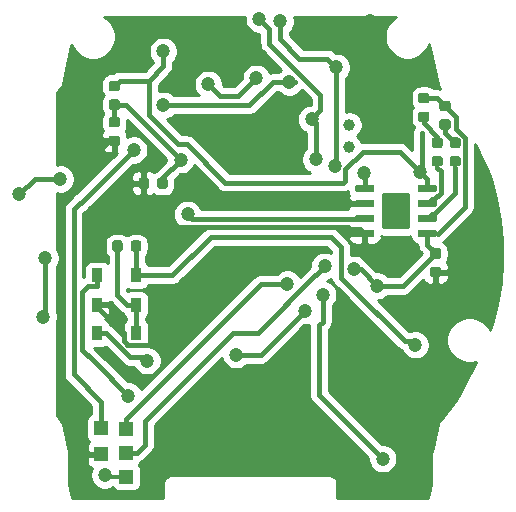
<source format=gbr>
G04 #@! TF.GenerationSoftware,KiCad,Pcbnew,5.1.4-1.fc30*
G04 #@! TF.CreationDate,2020-10-18T16:33:26+02:00*
G04 #@! TF.ProjectId,venom,76656e6f-6d2e-46b6-9963-61645f706362,rev?*
G04 #@! TF.SameCoordinates,Original*
G04 #@! TF.FileFunction,Copper,L2,Bot*
G04 #@! TF.FilePolarity,Positive*
%FSLAX46Y46*%
G04 Gerber Fmt 4.6, Leading zero omitted, Abs format (unit mm)*
G04 Created by KiCad (PCBNEW 5.1.4-1.fc30) date 2020-10-18 16:33:26*
%MOMM*%
%LPD*%
G04 APERTURE LIST*
%ADD10C,1.000000*%
%ADD11R,1.200000X1.200000*%
%ADD12C,0.100000*%
%ADD13C,0.875000*%
%ADD14R,0.900000X1.200000*%
%ADD15C,2.410000*%
%ADD16C,0.500000*%
%ADD17C,0.600000*%
%ADD18C,1.200000*%
%ADD19C,0.400000*%
%ADD20C,0.300000*%
%ADD21C,0.254000*%
G04 APERTURE END LIST*
D10*
X167894000Y-109728000D03*
X167894000Y-107828000D03*
D11*
X149000000Y-133550000D03*
X149000000Y-135600000D03*
X146850000Y-133500000D03*
X146900000Y-135700000D03*
X149000000Y-137600000D03*
D12*
G36*
X148502691Y-117606053D02*
G01*
X148523926Y-117609203D01*
X148544750Y-117614419D01*
X148564962Y-117621651D01*
X148584368Y-117630830D01*
X148602781Y-117641866D01*
X148620024Y-117654654D01*
X148635930Y-117669070D01*
X148650346Y-117684976D01*
X148663134Y-117702219D01*
X148674170Y-117720632D01*
X148683349Y-117740038D01*
X148690581Y-117760250D01*
X148695797Y-117781074D01*
X148698947Y-117802309D01*
X148700000Y-117823750D01*
X148700000Y-118336250D01*
X148698947Y-118357691D01*
X148695797Y-118378926D01*
X148690581Y-118399750D01*
X148683349Y-118419962D01*
X148674170Y-118439368D01*
X148663134Y-118457781D01*
X148650346Y-118475024D01*
X148635930Y-118490930D01*
X148620024Y-118505346D01*
X148602781Y-118518134D01*
X148584368Y-118529170D01*
X148564962Y-118538349D01*
X148544750Y-118545581D01*
X148523926Y-118550797D01*
X148502691Y-118553947D01*
X148481250Y-118555000D01*
X148043750Y-118555000D01*
X148022309Y-118553947D01*
X148001074Y-118550797D01*
X147980250Y-118545581D01*
X147960038Y-118538349D01*
X147940632Y-118529170D01*
X147922219Y-118518134D01*
X147904976Y-118505346D01*
X147889070Y-118490930D01*
X147874654Y-118475024D01*
X147861866Y-118457781D01*
X147850830Y-118439368D01*
X147841651Y-118419962D01*
X147834419Y-118399750D01*
X147829203Y-118378926D01*
X147826053Y-118357691D01*
X147825000Y-118336250D01*
X147825000Y-117823750D01*
X147826053Y-117802309D01*
X147829203Y-117781074D01*
X147834419Y-117760250D01*
X147841651Y-117740038D01*
X147850830Y-117720632D01*
X147861866Y-117702219D01*
X147874654Y-117684976D01*
X147889070Y-117669070D01*
X147904976Y-117654654D01*
X147922219Y-117641866D01*
X147940632Y-117630830D01*
X147960038Y-117621651D01*
X147980250Y-117614419D01*
X148001074Y-117609203D01*
X148022309Y-117606053D01*
X148043750Y-117605000D01*
X148481250Y-117605000D01*
X148502691Y-117606053D01*
X148502691Y-117606053D01*
G37*
D13*
X148262500Y-118080000D03*
D12*
G36*
X150077691Y-117606053D02*
G01*
X150098926Y-117609203D01*
X150119750Y-117614419D01*
X150139962Y-117621651D01*
X150159368Y-117630830D01*
X150177781Y-117641866D01*
X150195024Y-117654654D01*
X150210930Y-117669070D01*
X150225346Y-117684976D01*
X150238134Y-117702219D01*
X150249170Y-117720632D01*
X150258349Y-117740038D01*
X150265581Y-117760250D01*
X150270797Y-117781074D01*
X150273947Y-117802309D01*
X150275000Y-117823750D01*
X150275000Y-118336250D01*
X150273947Y-118357691D01*
X150270797Y-118378926D01*
X150265581Y-118399750D01*
X150258349Y-118419962D01*
X150249170Y-118439368D01*
X150238134Y-118457781D01*
X150225346Y-118475024D01*
X150210930Y-118490930D01*
X150195024Y-118505346D01*
X150177781Y-118518134D01*
X150159368Y-118529170D01*
X150139962Y-118538349D01*
X150119750Y-118545581D01*
X150098926Y-118550797D01*
X150077691Y-118553947D01*
X150056250Y-118555000D01*
X149618750Y-118555000D01*
X149597309Y-118553947D01*
X149576074Y-118550797D01*
X149555250Y-118545581D01*
X149535038Y-118538349D01*
X149515632Y-118529170D01*
X149497219Y-118518134D01*
X149479976Y-118505346D01*
X149464070Y-118490930D01*
X149449654Y-118475024D01*
X149436866Y-118457781D01*
X149425830Y-118439368D01*
X149416651Y-118419962D01*
X149409419Y-118399750D01*
X149404203Y-118378926D01*
X149401053Y-118357691D01*
X149400000Y-118336250D01*
X149400000Y-117823750D01*
X149401053Y-117802309D01*
X149404203Y-117781074D01*
X149409419Y-117760250D01*
X149416651Y-117740038D01*
X149425830Y-117720632D01*
X149436866Y-117702219D01*
X149449654Y-117684976D01*
X149464070Y-117669070D01*
X149479976Y-117654654D01*
X149497219Y-117641866D01*
X149515632Y-117630830D01*
X149535038Y-117621651D01*
X149555250Y-117614419D01*
X149576074Y-117609203D01*
X149597309Y-117606053D01*
X149618750Y-117605000D01*
X150056250Y-117605000D01*
X150077691Y-117606053D01*
X150077691Y-117606053D01*
G37*
D13*
X149837500Y-118080000D03*
D14*
X146540000Y-123070000D03*
X149840000Y-123070000D03*
X146540000Y-125450000D03*
X149840000Y-125450000D03*
X146550000Y-120560000D03*
X149850000Y-120560000D03*
D12*
G36*
X148277691Y-105671053D02*
G01*
X148298926Y-105674203D01*
X148319750Y-105679419D01*
X148339962Y-105686651D01*
X148359368Y-105695830D01*
X148377781Y-105706866D01*
X148395024Y-105719654D01*
X148410930Y-105734070D01*
X148425346Y-105749976D01*
X148438134Y-105767219D01*
X148449170Y-105785632D01*
X148458349Y-105805038D01*
X148465581Y-105825250D01*
X148470797Y-105846074D01*
X148473947Y-105867309D01*
X148475000Y-105888750D01*
X148475000Y-106326250D01*
X148473947Y-106347691D01*
X148470797Y-106368926D01*
X148465581Y-106389750D01*
X148458349Y-106409962D01*
X148449170Y-106429368D01*
X148438134Y-106447781D01*
X148425346Y-106465024D01*
X148410930Y-106480930D01*
X148395024Y-106495346D01*
X148377781Y-106508134D01*
X148359368Y-106519170D01*
X148339962Y-106528349D01*
X148319750Y-106535581D01*
X148298926Y-106540797D01*
X148277691Y-106543947D01*
X148256250Y-106545000D01*
X147743750Y-106545000D01*
X147722309Y-106543947D01*
X147701074Y-106540797D01*
X147680250Y-106535581D01*
X147660038Y-106528349D01*
X147640632Y-106519170D01*
X147622219Y-106508134D01*
X147604976Y-106495346D01*
X147589070Y-106480930D01*
X147574654Y-106465024D01*
X147561866Y-106447781D01*
X147550830Y-106429368D01*
X147541651Y-106409962D01*
X147534419Y-106389750D01*
X147529203Y-106368926D01*
X147526053Y-106347691D01*
X147525000Y-106326250D01*
X147525000Y-105888750D01*
X147526053Y-105867309D01*
X147529203Y-105846074D01*
X147534419Y-105825250D01*
X147541651Y-105805038D01*
X147550830Y-105785632D01*
X147561866Y-105767219D01*
X147574654Y-105749976D01*
X147589070Y-105734070D01*
X147604976Y-105719654D01*
X147622219Y-105706866D01*
X147640632Y-105695830D01*
X147660038Y-105686651D01*
X147680250Y-105679419D01*
X147701074Y-105674203D01*
X147722309Y-105671053D01*
X147743750Y-105670000D01*
X148256250Y-105670000D01*
X148277691Y-105671053D01*
X148277691Y-105671053D01*
G37*
D13*
X148000000Y-106107500D03*
D12*
G36*
X148277691Y-104096053D02*
G01*
X148298926Y-104099203D01*
X148319750Y-104104419D01*
X148339962Y-104111651D01*
X148359368Y-104120830D01*
X148377781Y-104131866D01*
X148395024Y-104144654D01*
X148410930Y-104159070D01*
X148425346Y-104174976D01*
X148438134Y-104192219D01*
X148449170Y-104210632D01*
X148458349Y-104230038D01*
X148465581Y-104250250D01*
X148470797Y-104271074D01*
X148473947Y-104292309D01*
X148475000Y-104313750D01*
X148475000Y-104751250D01*
X148473947Y-104772691D01*
X148470797Y-104793926D01*
X148465581Y-104814750D01*
X148458349Y-104834962D01*
X148449170Y-104854368D01*
X148438134Y-104872781D01*
X148425346Y-104890024D01*
X148410930Y-104905930D01*
X148395024Y-104920346D01*
X148377781Y-104933134D01*
X148359368Y-104944170D01*
X148339962Y-104953349D01*
X148319750Y-104960581D01*
X148298926Y-104965797D01*
X148277691Y-104968947D01*
X148256250Y-104970000D01*
X147743750Y-104970000D01*
X147722309Y-104968947D01*
X147701074Y-104965797D01*
X147680250Y-104960581D01*
X147660038Y-104953349D01*
X147640632Y-104944170D01*
X147622219Y-104933134D01*
X147604976Y-104920346D01*
X147589070Y-104905930D01*
X147574654Y-104890024D01*
X147561866Y-104872781D01*
X147550830Y-104854368D01*
X147541651Y-104834962D01*
X147534419Y-104814750D01*
X147529203Y-104793926D01*
X147526053Y-104772691D01*
X147525000Y-104751250D01*
X147525000Y-104313750D01*
X147526053Y-104292309D01*
X147529203Y-104271074D01*
X147534419Y-104250250D01*
X147541651Y-104230038D01*
X147550830Y-104210632D01*
X147561866Y-104192219D01*
X147574654Y-104174976D01*
X147589070Y-104159070D01*
X147604976Y-104144654D01*
X147622219Y-104131866D01*
X147640632Y-104120830D01*
X147660038Y-104111651D01*
X147680250Y-104104419D01*
X147701074Y-104099203D01*
X147722309Y-104096053D01*
X147743750Y-104095000D01*
X148256250Y-104095000D01*
X148277691Y-104096053D01*
X148277691Y-104096053D01*
G37*
D13*
X148000000Y-104532500D03*
D12*
G36*
X148277691Y-107156053D02*
G01*
X148298926Y-107159203D01*
X148319750Y-107164419D01*
X148339962Y-107171651D01*
X148359368Y-107180830D01*
X148377781Y-107191866D01*
X148395024Y-107204654D01*
X148410930Y-107219070D01*
X148425346Y-107234976D01*
X148438134Y-107252219D01*
X148449170Y-107270632D01*
X148458349Y-107290038D01*
X148465581Y-107310250D01*
X148470797Y-107331074D01*
X148473947Y-107352309D01*
X148475000Y-107373750D01*
X148475000Y-107811250D01*
X148473947Y-107832691D01*
X148470797Y-107853926D01*
X148465581Y-107874750D01*
X148458349Y-107894962D01*
X148449170Y-107914368D01*
X148438134Y-107932781D01*
X148425346Y-107950024D01*
X148410930Y-107965930D01*
X148395024Y-107980346D01*
X148377781Y-107993134D01*
X148359368Y-108004170D01*
X148339962Y-108013349D01*
X148319750Y-108020581D01*
X148298926Y-108025797D01*
X148277691Y-108028947D01*
X148256250Y-108030000D01*
X147743750Y-108030000D01*
X147722309Y-108028947D01*
X147701074Y-108025797D01*
X147680250Y-108020581D01*
X147660038Y-108013349D01*
X147640632Y-108004170D01*
X147622219Y-107993134D01*
X147604976Y-107980346D01*
X147589070Y-107965930D01*
X147574654Y-107950024D01*
X147561866Y-107932781D01*
X147550830Y-107914368D01*
X147541651Y-107894962D01*
X147534419Y-107874750D01*
X147529203Y-107853926D01*
X147526053Y-107832691D01*
X147525000Y-107811250D01*
X147525000Y-107373750D01*
X147526053Y-107352309D01*
X147529203Y-107331074D01*
X147534419Y-107310250D01*
X147541651Y-107290038D01*
X147550830Y-107270632D01*
X147561866Y-107252219D01*
X147574654Y-107234976D01*
X147589070Y-107219070D01*
X147604976Y-107204654D01*
X147622219Y-107191866D01*
X147640632Y-107180830D01*
X147660038Y-107171651D01*
X147680250Y-107164419D01*
X147701074Y-107159203D01*
X147722309Y-107156053D01*
X147743750Y-107155000D01*
X148256250Y-107155000D01*
X148277691Y-107156053D01*
X148277691Y-107156053D01*
G37*
D13*
X148000000Y-107592500D03*
D12*
G36*
X148277691Y-108731053D02*
G01*
X148298926Y-108734203D01*
X148319750Y-108739419D01*
X148339962Y-108746651D01*
X148359368Y-108755830D01*
X148377781Y-108766866D01*
X148395024Y-108779654D01*
X148410930Y-108794070D01*
X148425346Y-108809976D01*
X148438134Y-108827219D01*
X148449170Y-108845632D01*
X148458349Y-108865038D01*
X148465581Y-108885250D01*
X148470797Y-108906074D01*
X148473947Y-108927309D01*
X148475000Y-108948750D01*
X148475000Y-109386250D01*
X148473947Y-109407691D01*
X148470797Y-109428926D01*
X148465581Y-109449750D01*
X148458349Y-109469962D01*
X148449170Y-109489368D01*
X148438134Y-109507781D01*
X148425346Y-109525024D01*
X148410930Y-109540930D01*
X148395024Y-109555346D01*
X148377781Y-109568134D01*
X148359368Y-109579170D01*
X148339962Y-109588349D01*
X148319750Y-109595581D01*
X148298926Y-109600797D01*
X148277691Y-109603947D01*
X148256250Y-109605000D01*
X147743750Y-109605000D01*
X147722309Y-109603947D01*
X147701074Y-109600797D01*
X147680250Y-109595581D01*
X147660038Y-109588349D01*
X147640632Y-109579170D01*
X147622219Y-109568134D01*
X147604976Y-109555346D01*
X147589070Y-109540930D01*
X147574654Y-109525024D01*
X147561866Y-109507781D01*
X147550830Y-109489368D01*
X147541651Y-109469962D01*
X147534419Y-109449750D01*
X147529203Y-109428926D01*
X147526053Y-109407691D01*
X147525000Y-109386250D01*
X147525000Y-108948750D01*
X147526053Y-108927309D01*
X147529203Y-108906074D01*
X147534419Y-108885250D01*
X147541651Y-108865038D01*
X147550830Y-108845632D01*
X147561866Y-108827219D01*
X147574654Y-108809976D01*
X147589070Y-108794070D01*
X147604976Y-108779654D01*
X147622219Y-108766866D01*
X147640632Y-108755830D01*
X147660038Y-108746651D01*
X147680250Y-108739419D01*
X147701074Y-108734203D01*
X147722309Y-108731053D01*
X147743750Y-108730000D01*
X148256250Y-108730000D01*
X148277691Y-108731053D01*
X148277691Y-108731053D01*
G37*
D13*
X148000000Y-109167500D03*
D12*
G36*
X175617691Y-108896053D02*
G01*
X175638926Y-108899203D01*
X175659750Y-108904419D01*
X175679962Y-108911651D01*
X175699368Y-108920830D01*
X175717781Y-108931866D01*
X175735024Y-108944654D01*
X175750930Y-108959070D01*
X175765346Y-108974976D01*
X175778134Y-108992219D01*
X175789170Y-109010632D01*
X175798349Y-109030038D01*
X175805581Y-109050250D01*
X175810797Y-109071074D01*
X175813947Y-109092309D01*
X175815000Y-109113750D01*
X175815000Y-109551250D01*
X175813947Y-109572691D01*
X175810797Y-109593926D01*
X175805581Y-109614750D01*
X175798349Y-109634962D01*
X175789170Y-109654368D01*
X175778134Y-109672781D01*
X175765346Y-109690024D01*
X175750930Y-109705930D01*
X175735024Y-109720346D01*
X175717781Y-109733134D01*
X175699368Y-109744170D01*
X175679962Y-109753349D01*
X175659750Y-109760581D01*
X175638926Y-109765797D01*
X175617691Y-109768947D01*
X175596250Y-109770000D01*
X175083750Y-109770000D01*
X175062309Y-109768947D01*
X175041074Y-109765797D01*
X175020250Y-109760581D01*
X175000038Y-109753349D01*
X174980632Y-109744170D01*
X174962219Y-109733134D01*
X174944976Y-109720346D01*
X174929070Y-109705930D01*
X174914654Y-109690024D01*
X174901866Y-109672781D01*
X174890830Y-109654368D01*
X174881651Y-109634962D01*
X174874419Y-109614750D01*
X174869203Y-109593926D01*
X174866053Y-109572691D01*
X174865000Y-109551250D01*
X174865000Y-109113750D01*
X174866053Y-109092309D01*
X174869203Y-109071074D01*
X174874419Y-109050250D01*
X174881651Y-109030038D01*
X174890830Y-109010632D01*
X174901866Y-108992219D01*
X174914654Y-108974976D01*
X174929070Y-108959070D01*
X174944976Y-108944654D01*
X174962219Y-108931866D01*
X174980632Y-108920830D01*
X175000038Y-108911651D01*
X175020250Y-108904419D01*
X175041074Y-108899203D01*
X175062309Y-108896053D01*
X175083750Y-108895000D01*
X175596250Y-108895000D01*
X175617691Y-108896053D01*
X175617691Y-108896053D01*
G37*
D13*
X175340000Y-109332500D03*
D12*
G36*
X175617691Y-110471053D02*
G01*
X175638926Y-110474203D01*
X175659750Y-110479419D01*
X175679962Y-110486651D01*
X175699368Y-110495830D01*
X175717781Y-110506866D01*
X175735024Y-110519654D01*
X175750930Y-110534070D01*
X175765346Y-110549976D01*
X175778134Y-110567219D01*
X175789170Y-110585632D01*
X175798349Y-110605038D01*
X175805581Y-110625250D01*
X175810797Y-110646074D01*
X175813947Y-110667309D01*
X175815000Y-110688750D01*
X175815000Y-111126250D01*
X175813947Y-111147691D01*
X175810797Y-111168926D01*
X175805581Y-111189750D01*
X175798349Y-111209962D01*
X175789170Y-111229368D01*
X175778134Y-111247781D01*
X175765346Y-111265024D01*
X175750930Y-111280930D01*
X175735024Y-111295346D01*
X175717781Y-111308134D01*
X175699368Y-111319170D01*
X175679962Y-111328349D01*
X175659750Y-111335581D01*
X175638926Y-111340797D01*
X175617691Y-111343947D01*
X175596250Y-111345000D01*
X175083750Y-111345000D01*
X175062309Y-111343947D01*
X175041074Y-111340797D01*
X175020250Y-111335581D01*
X175000038Y-111328349D01*
X174980632Y-111319170D01*
X174962219Y-111308134D01*
X174944976Y-111295346D01*
X174929070Y-111280930D01*
X174914654Y-111265024D01*
X174901866Y-111247781D01*
X174890830Y-111229368D01*
X174881651Y-111209962D01*
X174874419Y-111189750D01*
X174869203Y-111168926D01*
X174866053Y-111147691D01*
X174865000Y-111126250D01*
X174865000Y-110688750D01*
X174866053Y-110667309D01*
X174869203Y-110646074D01*
X174874419Y-110625250D01*
X174881651Y-110605038D01*
X174890830Y-110585632D01*
X174901866Y-110567219D01*
X174914654Y-110549976D01*
X174929070Y-110534070D01*
X174944976Y-110519654D01*
X174962219Y-110506866D01*
X174980632Y-110495830D01*
X175000038Y-110486651D01*
X175020250Y-110479419D01*
X175041074Y-110474203D01*
X175062309Y-110471053D01*
X175083750Y-110470000D01*
X175596250Y-110470000D01*
X175617691Y-110471053D01*
X175617691Y-110471053D01*
G37*
D13*
X175340000Y-110907500D03*
D12*
G36*
X177137691Y-110471053D02*
G01*
X177158926Y-110474203D01*
X177179750Y-110479419D01*
X177199962Y-110486651D01*
X177219368Y-110495830D01*
X177237781Y-110506866D01*
X177255024Y-110519654D01*
X177270930Y-110534070D01*
X177285346Y-110549976D01*
X177298134Y-110567219D01*
X177309170Y-110585632D01*
X177318349Y-110605038D01*
X177325581Y-110625250D01*
X177330797Y-110646074D01*
X177333947Y-110667309D01*
X177335000Y-110688750D01*
X177335000Y-111126250D01*
X177333947Y-111147691D01*
X177330797Y-111168926D01*
X177325581Y-111189750D01*
X177318349Y-111209962D01*
X177309170Y-111229368D01*
X177298134Y-111247781D01*
X177285346Y-111265024D01*
X177270930Y-111280930D01*
X177255024Y-111295346D01*
X177237781Y-111308134D01*
X177219368Y-111319170D01*
X177199962Y-111328349D01*
X177179750Y-111335581D01*
X177158926Y-111340797D01*
X177137691Y-111343947D01*
X177116250Y-111345000D01*
X176603750Y-111345000D01*
X176582309Y-111343947D01*
X176561074Y-111340797D01*
X176540250Y-111335581D01*
X176520038Y-111328349D01*
X176500632Y-111319170D01*
X176482219Y-111308134D01*
X176464976Y-111295346D01*
X176449070Y-111280930D01*
X176434654Y-111265024D01*
X176421866Y-111247781D01*
X176410830Y-111229368D01*
X176401651Y-111209962D01*
X176394419Y-111189750D01*
X176389203Y-111168926D01*
X176386053Y-111147691D01*
X176385000Y-111126250D01*
X176385000Y-110688750D01*
X176386053Y-110667309D01*
X176389203Y-110646074D01*
X176394419Y-110625250D01*
X176401651Y-110605038D01*
X176410830Y-110585632D01*
X176421866Y-110567219D01*
X176434654Y-110549976D01*
X176449070Y-110534070D01*
X176464976Y-110519654D01*
X176482219Y-110506866D01*
X176500632Y-110495830D01*
X176520038Y-110486651D01*
X176540250Y-110479419D01*
X176561074Y-110474203D01*
X176582309Y-110471053D01*
X176603750Y-110470000D01*
X177116250Y-110470000D01*
X177137691Y-110471053D01*
X177137691Y-110471053D01*
G37*
D13*
X176860000Y-110907500D03*
D12*
G36*
X177137691Y-108896053D02*
G01*
X177158926Y-108899203D01*
X177179750Y-108904419D01*
X177199962Y-108911651D01*
X177219368Y-108920830D01*
X177237781Y-108931866D01*
X177255024Y-108944654D01*
X177270930Y-108959070D01*
X177285346Y-108974976D01*
X177298134Y-108992219D01*
X177309170Y-109010632D01*
X177318349Y-109030038D01*
X177325581Y-109050250D01*
X177330797Y-109071074D01*
X177333947Y-109092309D01*
X177335000Y-109113750D01*
X177335000Y-109551250D01*
X177333947Y-109572691D01*
X177330797Y-109593926D01*
X177325581Y-109614750D01*
X177318349Y-109634962D01*
X177309170Y-109654368D01*
X177298134Y-109672781D01*
X177285346Y-109690024D01*
X177270930Y-109705930D01*
X177255024Y-109720346D01*
X177237781Y-109733134D01*
X177219368Y-109744170D01*
X177199962Y-109753349D01*
X177179750Y-109760581D01*
X177158926Y-109765797D01*
X177137691Y-109768947D01*
X177116250Y-109770000D01*
X176603750Y-109770000D01*
X176582309Y-109768947D01*
X176561074Y-109765797D01*
X176540250Y-109760581D01*
X176520038Y-109753349D01*
X176500632Y-109744170D01*
X176482219Y-109733134D01*
X176464976Y-109720346D01*
X176449070Y-109705930D01*
X176434654Y-109690024D01*
X176421866Y-109672781D01*
X176410830Y-109654368D01*
X176401651Y-109634962D01*
X176394419Y-109614750D01*
X176389203Y-109593926D01*
X176386053Y-109572691D01*
X176385000Y-109551250D01*
X176385000Y-109113750D01*
X176386053Y-109092309D01*
X176389203Y-109071074D01*
X176394419Y-109050250D01*
X176401651Y-109030038D01*
X176410830Y-109010632D01*
X176421866Y-108992219D01*
X176434654Y-108974976D01*
X176449070Y-108959070D01*
X176464976Y-108944654D01*
X176482219Y-108931866D01*
X176500632Y-108920830D01*
X176520038Y-108911651D01*
X176540250Y-108904419D01*
X176561074Y-108899203D01*
X176582309Y-108896053D01*
X176603750Y-108895000D01*
X177116250Y-108895000D01*
X177137691Y-108896053D01*
X177137691Y-108896053D01*
G37*
D13*
X176860000Y-109332500D03*
D12*
G36*
X172829506Y-113571204D02*
G01*
X172853774Y-113574804D01*
X172877573Y-113580765D01*
X172900672Y-113589030D01*
X172922850Y-113599519D01*
X172943893Y-113612132D01*
X172963599Y-113626747D01*
X172981777Y-113643223D01*
X172998253Y-113661401D01*
X173012868Y-113681107D01*
X173025481Y-113702150D01*
X173035970Y-113724328D01*
X173044235Y-113747427D01*
X173050196Y-113771226D01*
X173053796Y-113795494D01*
X173055000Y-113819998D01*
X173055000Y-116420002D01*
X173053796Y-116444506D01*
X173050196Y-116468774D01*
X173044235Y-116492573D01*
X173035970Y-116515672D01*
X173025481Y-116537850D01*
X173012868Y-116558893D01*
X172998253Y-116578599D01*
X172981777Y-116596777D01*
X172963599Y-116613253D01*
X172943893Y-116627868D01*
X172922850Y-116640481D01*
X172900672Y-116650970D01*
X172877573Y-116659235D01*
X172853774Y-116665196D01*
X172829506Y-116668796D01*
X172805002Y-116670000D01*
X170894998Y-116670000D01*
X170870494Y-116668796D01*
X170846226Y-116665196D01*
X170822427Y-116659235D01*
X170799328Y-116650970D01*
X170777150Y-116640481D01*
X170756107Y-116627868D01*
X170736401Y-116613253D01*
X170718223Y-116596777D01*
X170701747Y-116578599D01*
X170687132Y-116558893D01*
X170674519Y-116537850D01*
X170664030Y-116515672D01*
X170655765Y-116492573D01*
X170649804Y-116468774D01*
X170646204Y-116444506D01*
X170645000Y-116420002D01*
X170645000Y-113819998D01*
X170646204Y-113795494D01*
X170649804Y-113771226D01*
X170655765Y-113747427D01*
X170664030Y-113724328D01*
X170674519Y-113702150D01*
X170687132Y-113681107D01*
X170701747Y-113661401D01*
X170718223Y-113643223D01*
X170736401Y-113626747D01*
X170756107Y-113612132D01*
X170777150Y-113599519D01*
X170799328Y-113589030D01*
X170822427Y-113580765D01*
X170846226Y-113574804D01*
X170870494Y-113571204D01*
X170894998Y-113570000D01*
X172805002Y-113570000D01*
X172829506Y-113571204D01*
X172829506Y-113571204D01*
G37*
D15*
X171850000Y-115120000D03*
D16*
X170895000Y-116420000D03*
X172805000Y-116420000D03*
X170895000Y-115120000D03*
X172805000Y-115120000D03*
X170895000Y-113820000D03*
X172805000Y-113820000D03*
D12*
G36*
X169864703Y-116725722D02*
G01*
X169879264Y-116727882D01*
X169893543Y-116731459D01*
X169907403Y-116736418D01*
X169920710Y-116742712D01*
X169933336Y-116750280D01*
X169945159Y-116759048D01*
X169956066Y-116768934D01*
X169965952Y-116779841D01*
X169974720Y-116791664D01*
X169982288Y-116804290D01*
X169988582Y-116817597D01*
X169993541Y-116831457D01*
X169997118Y-116845736D01*
X169999278Y-116860297D01*
X170000000Y-116875000D01*
X170000000Y-117175000D01*
X169999278Y-117189703D01*
X169997118Y-117204264D01*
X169993541Y-117218543D01*
X169988582Y-117232403D01*
X169982288Y-117245710D01*
X169974720Y-117258336D01*
X169965952Y-117270159D01*
X169956066Y-117281066D01*
X169945159Y-117290952D01*
X169933336Y-117299720D01*
X169920710Y-117307288D01*
X169907403Y-117313582D01*
X169893543Y-117318541D01*
X169879264Y-117322118D01*
X169864703Y-117324278D01*
X169850000Y-117325000D01*
X168550000Y-117325000D01*
X168535297Y-117324278D01*
X168520736Y-117322118D01*
X168506457Y-117318541D01*
X168492597Y-117313582D01*
X168479290Y-117307288D01*
X168466664Y-117299720D01*
X168454841Y-117290952D01*
X168443934Y-117281066D01*
X168434048Y-117270159D01*
X168425280Y-117258336D01*
X168417712Y-117245710D01*
X168411418Y-117232403D01*
X168406459Y-117218543D01*
X168402882Y-117204264D01*
X168400722Y-117189703D01*
X168400000Y-117175000D01*
X168400000Y-116875000D01*
X168400722Y-116860297D01*
X168402882Y-116845736D01*
X168406459Y-116831457D01*
X168411418Y-116817597D01*
X168417712Y-116804290D01*
X168425280Y-116791664D01*
X168434048Y-116779841D01*
X168443934Y-116768934D01*
X168454841Y-116759048D01*
X168466664Y-116750280D01*
X168479290Y-116742712D01*
X168492597Y-116736418D01*
X168506457Y-116731459D01*
X168520736Y-116727882D01*
X168535297Y-116725722D01*
X168550000Y-116725000D01*
X169850000Y-116725000D01*
X169864703Y-116725722D01*
X169864703Y-116725722D01*
G37*
D17*
X169200000Y-117025000D03*
D12*
G36*
X169864703Y-115455722D02*
G01*
X169879264Y-115457882D01*
X169893543Y-115461459D01*
X169907403Y-115466418D01*
X169920710Y-115472712D01*
X169933336Y-115480280D01*
X169945159Y-115489048D01*
X169956066Y-115498934D01*
X169965952Y-115509841D01*
X169974720Y-115521664D01*
X169982288Y-115534290D01*
X169988582Y-115547597D01*
X169993541Y-115561457D01*
X169997118Y-115575736D01*
X169999278Y-115590297D01*
X170000000Y-115605000D01*
X170000000Y-115905000D01*
X169999278Y-115919703D01*
X169997118Y-115934264D01*
X169993541Y-115948543D01*
X169988582Y-115962403D01*
X169982288Y-115975710D01*
X169974720Y-115988336D01*
X169965952Y-116000159D01*
X169956066Y-116011066D01*
X169945159Y-116020952D01*
X169933336Y-116029720D01*
X169920710Y-116037288D01*
X169907403Y-116043582D01*
X169893543Y-116048541D01*
X169879264Y-116052118D01*
X169864703Y-116054278D01*
X169850000Y-116055000D01*
X168550000Y-116055000D01*
X168535297Y-116054278D01*
X168520736Y-116052118D01*
X168506457Y-116048541D01*
X168492597Y-116043582D01*
X168479290Y-116037288D01*
X168466664Y-116029720D01*
X168454841Y-116020952D01*
X168443934Y-116011066D01*
X168434048Y-116000159D01*
X168425280Y-115988336D01*
X168417712Y-115975710D01*
X168411418Y-115962403D01*
X168406459Y-115948543D01*
X168402882Y-115934264D01*
X168400722Y-115919703D01*
X168400000Y-115905000D01*
X168400000Y-115605000D01*
X168400722Y-115590297D01*
X168402882Y-115575736D01*
X168406459Y-115561457D01*
X168411418Y-115547597D01*
X168417712Y-115534290D01*
X168425280Y-115521664D01*
X168434048Y-115509841D01*
X168443934Y-115498934D01*
X168454841Y-115489048D01*
X168466664Y-115480280D01*
X168479290Y-115472712D01*
X168492597Y-115466418D01*
X168506457Y-115461459D01*
X168520736Y-115457882D01*
X168535297Y-115455722D01*
X168550000Y-115455000D01*
X169850000Y-115455000D01*
X169864703Y-115455722D01*
X169864703Y-115455722D01*
G37*
D17*
X169200000Y-115755000D03*
D12*
G36*
X169864703Y-114185722D02*
G01*
X169879264Y-114187882D01*
X169893543Y-114191459D01*
X169907403Y-114196418D01*
X169920710Y-114202712D01*
X169933336Y-114210280D01*
X169945159Y-114219048D01*
X169956066Y-114228934D01*
X169965952Y-114239841D01*
X169974720Y-114251664D01*
X169982288Y-114264290D01*
X169988582Y-114277597D01*
X169993541Y-114291457D01*
X169997118Y-114305736D01*
X169999278Y-114320297D01*
X170000000Y-114335000D01*
X170000000Y-114635000D01*
X169999278Y-114649703D01*
X169997118Y-114664264D01*
X169993541Y-114678543D01*
X169988582Y-114692403D01*
X169982288Y-114705710D01*
X169974720Y-114718336D01*
X169965952Y-114730159D01*
X169956066Y-114741066D01*
X169945159Y-114750952D01*
X169933336Y-114759720D01*
X169920710Y-114767288D01*
X169907403Y-114773582D01*
X169893543Y-114778541D01*
X169879264Y-114782118D01*
X169864703Y-114784278D01*
X169850000Y-114785000D01*
X168550000Y-114785000D01*
X168535297Y-114784278D01*
X168520736Y-114782118D01*
X168506457Y-114778541D01*
X168492597Y-114773582D01*
X168479290Y-114767288D01*
X168466664Y-114759720D01*
X168454841Y-114750952D01*
X168443934Y-114741066D01*
X168434048Y-114730159D01*
X168425280Y-114718336D01*
X168417712Y-114705710D01*
X168411418Y-114692403D01*
X168406459Y-114678543D01*
X168402882Y-114664264D01*
X168400722Y-114649703D01*
X168400000Y-114635000D01*
X168400000Y-114335000D01*
X168400722Y-114320297D01*
X168402882Y-114305736D01*
X168406459Y-114291457D01*
X168411418Y-114277597D01*
X168417712Y-114264290D01*
X168425280Y-114251664D01*
X168434048Y-114239841D01*
X168443934Y-114228934D01*
X168454841Y-114219048D01*
X168466664Y-114210280D01*
X168479290Y-114202712D01*
X168492597Y-114196418D01*
X168506457Y-114191459D01*
X168520736Y-114187882D01*
X168535297Y-114185722D01*
X168550000Y-114185000D01*
X169850000Y-114185000D01*
X169864703Y-114185722D01*
X169864703Y-114185722D01*
G37*
D17*
X169200000Y-114485000D03*
D12*
G36*
X169864703Y-112915722D02*
G01*
X169879264Y-112917882D01*
X169893543Y-112921459D01*
X169907403Y-112926418D01*
X169920710Y-112932712D01*
X169933336Y-112940280D01*
X169945159Y-112949048D01*
X169956066Y-112958934D01*
X169965952Y-112969841D01*
X169974720Y-112981664D01*
X169982288Y-112994290D01*
X169988582Y-113007597D01*
X169993541Y-113021457D01*
X169997118Y-113035736D01*
X169999278Y-113050297D01*
X170000000Y-113065000D01*
X170000000Y-113365000D01*
X169999278Y-113379703D01*
X169997118Y-113394264D01*
X169993541Y-113408543D01*
X169988582Y-113422403D01*
X169982288Y-113435710D01*
X169974720Y-113448336D01*
X169965952Y-113460159D01*
X169956066Y-113471066D01*
X169945159Y-113480952D01*
X169933336Y-113489720D01*
X169920710Y-113497288D01*
X169907403Y-113503582D01*
X169893543Y-113508541D01*
X169879264Y-113512118D01*
X169864703Y-113514278D01*
X169850000Y-113515000D01*
X168550000Y-113515000D01*
X168535297Y-113514278D01*
X168520736Y-113512118D01*
X168506457Y-113508541D01*
X168492597Y-113503582D01*
X168479290Y-113497288D01*
X168466664Y-113489720D01*
X168454841Y-113480952D01*
X168443934Y-113471066D01*
X168434048Y-113460159D01*
X168425280Y-113448336D01*
X168417712Y-113435710D01*
X168411418Y-113422403D01*
X168406459Y-113408543D01*
X168402882Y-113394264D01*
X168400722Y-113379703D01*
X168400000Y-113365000D01*
X168400000Y-113065000D01*
X168400722Y-113050297D01*
X168402882Y-113035736D01*
X168406459Y-113021457D01*
X168411418Y-113007597D01*
X168417712Y-112994290D01*
X168425280Y-112981664D01*
X168434048Y-112969841D01*
X168443934Y-112958934D01*
X168454841Y-112949048D01*
X168466664Y-112940280D01*
X168479290Y-112932712D01*
X168492597Y-112926418D01*
X168506457Y-112921459D01*
X168520736Y-112917882D01*
X168535297Y-112915722D01*
X168550000Y-112915000D01*
X169850000Y-112915000D01*
X169864703Y-112915722D01*
X169864703Y-112915722D01*
G37*
D17*
X169200000Y-113215000D03*
D12*
G36*
X175164703Y-112915722D02*
G01*
X175179264Y-112917882D01*
X175193543Y-112921459D01*
X175207403Y-112926418D01*
X175220710Y-112932712D01*
X175233336Y-112940280D01*
X175245159Y-112949048D01*
X175256066Y-112958934D01*
X175265952Y-112969841D01*
X175274720Y-112981664D01*
X175282288Y-112994290D01*
X175288582Y-113007597D01*
X175293541Y-113021457D01*
X175297118Y-113035736D01*
X175299278Y-113050297D01*
X175300000Y-113065000D01*
X175300000Y-113365000D01*
X175299278Y-113379703D01*
X175297118Y-113394264D01*
X175293541Y-113408543D01*
X175288582Y-113422403D01*
X175282288Y-113435710D01*
X175274720Y-113448336D01*
X175265952Y-113460159D01*
X175256066Y-113471066D01*
X175245159Y-113480952D01*
X175233336Y-113489720D01*
X175220710Y-113497288D01*
X175207403Y-113503582D01*
X175193543Y-113508541D01*
X175179264Y-113512118D01*
X175164703Y-113514278D01*
X175150000Y-113515000D01*
X173850000Y-113515000D01*
X173835297Y-113514278D01*
X173820736Y-113512118D01*
X173806457Y-113508541D01*
X173792597Y-113503582D01*
X173779290Y-113497288D01*
X173766664Y-113489720D01*
X173754841Y-113480952D01*
X173743934Y-113471066D01*
X173734048Y-113460159D01*
X173725280Y-113448336D01*
X173717712Y-113435710D01*
X173711418Y-113422403D01*
X173706459Y-113408543D01*
X173702882Y-113394264D01*
X173700722Y-113379703D01*
X173700000Y-113365000D01*
X173700000Y-113065000D01*
X173700722Y-113050297D01*
X173702882Y-113035736D01*
X173706459Y-113021457D01*
X173711418Y-113007597D01*
X173717712Y-112994290D01*
X173725280Y-112981664D01*
X173734048Y-112969841D01*
X173743934Y-112958934D01*
X173754841Y-112949048D01*
X173766664Y-112940280D01*
X173779290Y-112932712D01*
X173792597Y-112926418D01*
X173806457Y-112921459D01*
X173820736Y-112917882D01*
X173835297Y-112915722D01*
X173850000Y-112915000D01*
X175150000Y-112915000D01*
X175164703Y-112915722D01*
X175164703Y-112915722D01*
G37*
D17*
X174500000Y-113215000D03*
D12*
G36*
X175164703Y-114185722D02*
G01*
X175179264Y-114187882D01*
X175193543Y-114191459D01*
X175207403Y-114196418D01*
X175220710Y-114202712D01*
X175233336Y-114210280D01*
X175245159Y-114219048D01*
X175256066Y-114228934D01*
X175265952Y-114239841D01*
X175274720Y-114251664D01*
X175282288Y-114264290D01*
X175288582Y-114277597D01*
X175293541Y-114291457D01*
X175297118Y-114305736D01*
X175299278Y-114320297D01*
X175300000Y-114335000D01*
X175300000Y-114635000D01*
X175299278Y-114649703D01*
X175297118Y-114664264D01*
X175293541Y-114678543D01*
X175288582Y-114692403D01*
X175282288Y-114705710D01*
X175274720Y-114718336D01*
X175265952Y-114730159D01*
X175256066Y-114741066D01*
X175245159Y-114750952D01*
X175233336Y-114759720D01*
X175220710Y-114767288D01*
X175207403Y-114773582D01*
X175193543Y-114778541D01*
X175179264Y-114782118D01*
X175164703Y-114784278D01*
X175150000Y-114785000D01*
X173850000Y-114785000D01*
X173835297Y-114784278D01*
X173820736Y-114782118D01*
X173806457Y-114778541D01*
X173792597Y-114773582D01*
X173779290Y-114767288D01*
X173766664Y-114759720D01*
X173754841Y-114750952D01*
X173743934Y-114741066D01*
X173734048Y-114730159D01*
X173725280Y-114718336D01*
X173717712Y-114705710D01*
X173711418Y-114692403D01*
X173706459Y-114678543D01*
X173702882Y-114664264D01*
X173700722Y-114649703D01*
X173700000Y-114635000D01*
X173700000Y-114335000D01*
X173700722Y-114320297D01*
X173702882Y-114305736D01*
X173706459Y-114291457D01*
X173711418Y-114277597D01*
X173717712Y-114264290D01*
X173725280Y-114251664D01*
X173734048Y-114239841D01*
X173743934Y-114228934D01*
X173754841Y-114219048D01*
X173766664Y-114210280D01*
X173779290Y-114202712D01*
X173792597Y-114196418D01*
X173806457Y-114191459D01*
X173820736Y-114187882D01*
X173835297Y-114185722D01*
X173850000Y-114185000D01*
X175150000Y-114185000D01*
X175164703Y-114185722D01*
X175164703Y-114185722D01*
G37*
D17*
X174500000Y-114485000D03*
D12*
G36*
X175164703Y-115455722D02*
G01*
X175179264Y-115457882D01*
X175193543Y-115461459D01*
X175207403Y-115466418D01*
X175220710Y-115472712D01*
X175233336Y-115480280D01*
X175245159Y-115489048D01*
X175256066Y-115498934D01*
X175265952Y-115509841D01*
X175274720Y-115521664D01*
X175282288Y-115534290D01*
X175288582Y-115547597D01*
X175293541Y-115561457D01*
X175297118Y-115575736D01*
X175299278Y-115590297D01*
X175300000Y-115605000D01*
X175300000Y-115905000D01*
X175299278Y-115919703D01*
X175297118Y-115934264D01*
X175293541Y-115948543D01*
X175288582Y-115962403D01*
X175282288Y-115975710D01*
X175274720Y-115988336D01*
X175265952Y-116000159D01*
X175256066Y-116011066D01*
X175245159Y-116020952D01*
X175233336Y-116029720D01*
X175220710Y-116037288D01*
X175207403Y-116043582D01*
X175193543Y-116048541D01*
X175179264Y-116052118D01*
X175164703Y-116054278D01*
X175150000Y-116055000D01*
X173850000Y-116055000D01*
X173835297Y-116054278D01*
X173820736Y-116052118D01*
X173806457Y-116048541D01*
X173792597Y-116043582D01*
X173779290Y-116037288D01*
X173766664Y-116029720D01*
X173754841Y-116020952D01*
X173743934Y-116011066D01*
X173734048Y-116000159D01*
X173725280Y-115988336D01*
X173717712Y-115975710D01*
X173711418Y-115962403D01*
X173706459Y-115948543D01*
X173702882Y-115934264D01*
X173700722Y-115919703D01*
X173700000Y-115905000D01*
X173700000Y-115605000D01*
X173700722Y-115590297D01*
X173702882Y-115575736D01*
X173706459Y-115561457D01*
X173711418Y-115547597D01*
X173717712Y-115534290D01*
X173725280Y-115521664D01*
X173734048Y-115509841D01*
X173743934Y-115498934D01*
X173754841Y-115489048D01*
X173766664Y-115480280D01*
X173779290Y-115472712D01*
X173792597Y-115466418D01*
X173806457Y-115461459D01*
X173820736Y-115457882D01*
X173835297Y-115455722D01*
X173850000Y-115455000D01*
X175150000Y-115455000D01*
X175164703Y-115455722D01*
X175164703Y-115455722D01*
G37*
D17*
X174500000Y-115755000D03*
D12*
G36*
X175164703Y-116725722D02*
G01*
X175179264Y-116727882D01*
X175193543Y-116731459D01*
X175207403Y-116736418D01*
X175220710Y-116742712D01*
X175233336Y-116750280D01*
X175245159Y-116759048D01*
X175256066Y-116768934D01*
X175265952Y-116779841D01*
X175274720Y-116791664D01*
X175282288Y-116804290D01*
X175288582Y-116817597D01*
X175293541Y-116831457D01*
X175297118Y-116845736D01*
X175299278Y-116860297D01*
X175300000Y-116875000D01*
X175300000Y-117175000D01*
X175299278Y-117189703D01*
X175297118Y-117204264D01*
X175293541Y-117218543D01*
X175288582Y-117232403D01*
X175282288Y-117245710D01*
X175274720Y-117258336D01*
X175265952Y-117270159D01*
X175256066Y-117281066D01*
X175245159Y-117290952D01*
X175233336Y-117299720D01*
X175220710Y-117307288D01*
X175207403Y-117313582D01*
X175193543Y-117318541D01*
X175179264Y-117322118D01*
X175164703Y-117324278D01*
X175150000Y-117325000D01*
X173850000Y-117325000D01*
X173835297Y-117324278D01*
X173820736Y-117322118D01*
X173806457Y-117318541D01*
X173792597Y-117313582D01*
X173779290Y-117307288D01*
X173766664Y-117299720D01*
X173754841Y-117290952D01*
X173743934Y-117281066D01*
X173734048Y-117270159D01*
X173725280Y-117258336D01*
X173717712Y-117245710D01*
X173711418Y-117232403D01*
X173706459Y-117218543D01*
X173702882Y-117204264D01*
X173700722Y-117189703D01*
X173700000Y-117175000D01*
X173700000Y-116875000D01*
X173700722Y-116860297D01*
X173702882Y-116845736D01*
X173706459Y-116831457D01*
X173711418Y-116817597D01*
X173717712Y-116804290D01*
X173725280Y-116791664D01*
X173734048Y-116779841D01*
X173743934Y-116768934D01*
X173754841Y-116759048D01*
X173766664Y-116750280D01*
X173779290Y-116742712D01*
X173792597Y-116736418D01*
X173806457Y-116731459D01*
X173820736Y-116727882D01*
X173835297Y-116725722D01*
X173850000Y-116725000D01*
X175150000Y-116725000D01*
X175164703Y-116725722D01*
X175164703Y-116725722D01*
G37*
D17*
X174500000Y-117025000D03*
D12*
G36*
X175477691Y-118276053D02*
G01*
X175498926Y-118279203D01*
X175519750Y-118284419D01*
X175539962Y-118291651D01*
X175559368Y-118300830D01*
X175577781Y-118311866D01*
X175595024Y-118324654D01*
X175610930Y-118339070D01*
X175625346Y-118354976D01*
X175638134Y-118372219D01*
X175649170Y-118390632D01*
X175658349Y-118410038D01*
X175665581Y-118430250D01*
X175670797Y-118451074D01*
X175673947Y-118472309D01*
X175675000Y-118493750D01*
X175675000Y-118931250D01*
X175673947Y-118952691D01*
X175670797Y-118973926D01*
X175665581Y-118994750D01*
X175658349Y-119014962D01*
X175649170Y-119034368D01*
X175638134Y-119052781D01*
X175625346Y-119070024D01*
X175610930Y-119085930D01*
X175595024Y-119100346D01*
X175577781Y-119113134D01*
X175559368Y-119124170D01*
X175539962Y-119133349D01*
X175519750Y-119140581D01*
X175498926Y-119145797D01*
X175477691Y-119148947D01*
X175456250Y-119150000D01*
X174943750Y-119150000D01*
X174922309Y-119148947D01*
X174901074Y-119145797D01*
X174880250Y-119140581D01*
X174860038Y-119133349D01*
X174840632Y-119124170D01*
X174822219Y-119113134D01*
X174804976Y-119100346D01*
X174789070Y-119085930D01*
X174774654Y-119070024D01*
X174761866Y-119052781D01*
X174750830Y-119034368D01*
X174741651Y-119014962D01*
X174734419Y-118994750D01*
X174729203Y-118973926D01*
X174726053Y-118952691D01*
X174725000Y-118931250D01*
X174725000Y-118493750D01*
X174726053Y-118472309D01*
X174729203Y-118451074D01*
X174734419Y-118430250D01*
X174741651Y-118410038D01*
X174750830Y-118390632D01*
X174761866Y-118372219D01*
X174774654Y-118354976D01*
X174789070Y-118339070D01*
X174804976Y-118324654D01*
X174822219Y-118311866D01*
X174840632Y-118300830D01*
X174860038Y-118291651D01*
X174880250Y-118284419D01*
X174901074Y-118279203D01*
X174922309Y-118276053D01*
X174943750Y-118275000D01*
X175456250Y-118275000D01*
X175477691Y-118276053D01*
X175477691Y-118276053D01*
G37*
D13*
X175200000Y-118712500D03*
D12*
G36*
X175477691Y-119851053D02*
G01*
X175498926Y-119854203D01*
X175519750Y-119859419D01*
X175539962Y-119866651D01*
X175559368Y-119875830D01*
X175577781Y-119886866D01*
X175595024Y-119899654D01*
X175610930Y-119914070D01*
X175625346Y-119929976D01*
X175638134Y-119947219D01*
X175649170Y-119965632D01*
X175658349Y-119985038D01*
X175665581Y-120005250D01*
X175670797Y-120026074D01*
X175673947Y-120047309D01*
X175675000Y-120068750D01*
X175675000Y-120506250D01*
X175673947Y-120527691D01*
X175670797Y-120548926D01*
X175665581Y-120569750D01*
X175658349Y-120589962D01*
X175649170Y-120609368D01*
X175638134Y-120627781D01*
X175625346Y-120645024D01*
X175610930Y-120660930D01*
X175595024Y-120675346D01*
X175577781Y-120688134D01*
X175559368Y-120699170D01*
X175539962Y-120708349D01*
X175519750Y-120715581D01*
X175498926Y-120720797D01*
X175477691Y-120723947D01*
X175456250Y-120725000D01*
X174943750Y-120725000D01*
X174922309Y-120723947D01*
X174901074Y-120720797D01*
X174880250Y-120715581D01*
X174860038Y-120708349D01*
X174840632Y-120699170D01*
X174822219Y-120688134D01*
X174804976Y-120675346D01*
X174789070Y-120660930D01*
X174774654Y-120645024D01*
X174761866Y-120627781D01*
X174750830Y-120609368D01*
X174741651Y-120589962D01*
X174734419Y-120569750D01*
X174729203Y-120548926D01*
X174726053Y-120527691D01*
X174725000Y-120506250D01*
X174725000Y-120068750D01*
X174726053Y-120047309D01*
X174729203Y-120026074D01*
X174734419Y-120005250D01*
X174741651Y-119985038D01*
X174750830Y-119965632D01*
X174761866Y-119947219D01*
X174774654Y-119929976D01*
X174789070Y-119914070D01*
X174804976Y-119899654D01*
X174822219Y-119886866D01*
X174840632Y-119875830D01*
X174860038Y-119866651D01*
X174880250Y-119859419D01*
X174901074Y-119854203D01*
X174922309Y-119851053D01*
X174943750Y-119850000D01*
X175456250Y-119850000D01*
X175477691Y-119851053D01*
X175477691Y-119851053D01*
G37*
D13*
X175200000Y-120287500D03*
D12*
G36*
X174477691Y-105126053D02*
G01*
X174498926Y-105129203D01*
X174519750Y-105134419D01*
X174539962Y-105141651D01*
X174559368Y-105150830D01*
X174577781Y-105161866D01*
X174595024Y-105174654D01*
X174610930Y-105189070D01*
X174625346Y-105204976D01*
X174638134Y-105222219D01*
X174649170Y-105240632D01*
X174658349Y-105260038D01*
X174665581Y-105280250D01*
X174670797Y-105301074D01*
X174673947Y-105322309D01*
X174675000Y-105343750D01*
X174675000Y-105781250D01*
X174673947Y-105802691D01*
X174670797Y-105823926D01*
X174665581Y-105844750D01*
X174658349Y-105864962D01*
X174649170Y-105884368D01*
X174638134Y-105902781D01*
X174625346Y-105920024D01*
X174610930Y-105935930D01*
X174595024Y-105950346D01*
X174577781Y-105963134D01*
X174559368Y-105974170D01*
X174539962Y-105983349D01*
X174519750Y-105990581D01*
X174498926Y-105995797D01*
X174477691Y-105998947D01*
X174456250Y-106000000D01*
X173943750Y-106000000D01*
X173922309Y-105998947D01*
X173901074Y-105995797D01*
X173880250Y-105990581D01*
X173860038Y-105983349D01*
X173840632Y-105974170D01*
X173822219Y-105963134D01*
X173804976Y-105950346D01*
X173789070Y-105935930D01*
X173774654Y-105920024D01*
X173761866Y-105902781D01*
X173750830Y-105884368D01*
X173741651Y-105864962D01*
X173734419Y-105844750D01*
X173729203Y-105823926D01*
X173726053Y-105802691D01*
X173725000Y-105781250D01*
X173725000Y-105343750D01*
X173726053Y-105322309D01*
X173729203Y-105301074D01*
X173734419Y-105280250D01*
X173741651Y-105260038D01*
X173750830Y-105240632D01*
X173761866Y-105222219D01*
X173774654Y-105204976D01*
X173789070Y-105189070D01*
X173804976Y-105174654D01*
X173822219Y-105161866D01*
X173840632Y-105150830D01*
X173860038Y-105141651D01*
X173880250Y-105134419D01*
X173901074Y-105129203D01*
X173922309Y-105126053D01*
X173943750Y-105125000D01*
X174456250Y-105125000D01*
X174477691Y-105126053D01*
X174477691Y-105126053D01*
G37*
D13*
X174200000Y-105562500D03*
D12*
G36*
X174477691Y-106701053D02*
G01*
X174498926Y-106704203D01*
X174519750Y-106709419D01*
X174539962Y-106716651D01*
X174559368Y-106725830D01*
X174577781Y-106736866D01*
X174595024Y-106749654D01*
X174610930Y-106764070D01*
X174625346Y-106779976D01*
X174638134Y-106797219D01*
X174649170Y-106815632D01*
X174658349Y-106835038D01*
X174665581Y-106855250D01*
X174670797Y-106876074D01*
X174673947Y-106897309D01*
X174675000Y-106918750D01*
X174675000Y-107356250D01*
X174673947Y-107377691D01*
X174670797Y-107398926D01*
X174665581Y-107419750D01*
X174658349Y-107439962D01*
X174649170Y-107459368D01*
X174638134Y-107477781D01*
X174625346Y-107495024D01*
X174610930Y-107510930D01*
X174595024Y-107525346D01*
X174577781Y-107538134D01*
X174559368Y-107549170D01*
X174539962Y-107558349D01*
X174519750Y-107565581D01*
X174498926Y-107570797D01*
X174477691Y-107573947D01*
X174456250Y-107575000D01*
X173943750Y-107575000D01*
X173922309Y-107573947D01*
X173901074Y-107570797D01*
X173880250Y-107565581D01*
X173860038Y-107558349D01*
X173840632Y-107549170D01*
X173822219Y-107538134D01*
X173804976Y-107525346D01*
X173789070Y-107510930D01*
X173774654Y-107495024D01*
X173761866Y-107477781D01*
X173750830Y-107459368D01*
X173741651Y-107439962D01*
X173734419Y-107419750D01*
X173729203Y-107398926D01*
X173726053Y-107377691D01*
X173725000Y-107356250D01*
X173725000Y-106918750D01*
X173726053Y-106897309D01*
X173729203Y-106876074D01*
X173734419Y-106855250D01*
X173741651Y-106835038D01*
X173750830Y-106815632D01*
X173761866Y-106797219D01*
X173774654Y-106779976D01*
X173789070Y-106764070D01*
X173804976Y-106749654D01*
X173822219Y-106736866D01*
X173840632Y-106725830D01*
X173860038Y-106716651D01*
X173880250Y-106709419D01*
X173901074Y-106704203D01*
X173922309Y-106701053D01*
X173943750Y-106700000D01*
X174456250Y-106700000D01*
X174477691Y-106701053D01*
X174477691Y-106701053D01*
G37*
D13*
X174200000Y-107137500D03*
D12*
G36*
X176277691Y-107351053D02*
G01*
X176298926Y-107354203D01*
X176319750Y-107359419D01*
X176339962Y-107366651D01*
X176359368Y-107375830D01*
X176377781Y-107386866D01*
X176395024Y-107399654D01*
X176410930Y-107414070D01*
X176425346Y-107429976D01*
X176438134Y-107447219D01*
X176449170Y-107465632D01*
X176458349Y-107485038D01*
X176465581Y-107505250D01*
X176470797Y-107526074D01*
X176473947Y-107547309D01*
X176475000Y-107568750D01*
X176475000Y-108006250D01*
X176473947Y-108027691D01*
X176470797Y-108048926D01*
X176465581Y-108069750D01*
X176458349Y-108089962D01*
X176449170Y-108109368D01*
X176438134Y-108127781D01*
X176425346Y-108145024D01*
X176410930Y-108160930D01*
X176395024Y-108175346D01*
X176377781Y-108188134D01*
X176359368Y-108199170D01*
X176339962Y-108208349D01*
X176319750Y-108215581D01*
X176298926Y-108220797D01*
X176277691Y-108223947D01*
X176256250Y-108225000D01*
X175743750Y-108225000D01*
X175722309Y-108223947D01*
X175701074Y-108220797D01*
X175680250Y-108215581D01*
X175660038Y-108208349D01*
X175640632Y-108199170D01*
X175622219Y-108188134D01*
X175604976Y-108175346D01*
X175589070Y-108160930D01*
X175574654Y-108145024D01*
X175561866Y-108127781D01*
X175550830Y-108109368D01*
X175541651Y-108089962D01*
X175534419Y-108069750D01*
X175529203Y-108048926D01*
X175526053Y-108027691D01*
X175525000Y-108006250D01*
X175525000Y-107568750D01*
X175526053Y-107547309D01*
X175529203Y-107526074D01*
X175534419Y-107505250D01*
X175541651Y-107485038D01*
X175550830Y-107465632D01*
X175561866Y-107447219D01*
X175574654Y-107429976D01*
X175589070Y-107414070D01*
X175604976Y-107399654D01*
X175622219Y-107386866D01*
X175640632Y-107375830D01*
X175660038Y-107366651D01*
X175680250Y-107359419D01*
X175701074Y-107354203D01*
X175722309Y-107351053D01*
X175743750Y-107350000D01*
X176256250Y-107350000D01*
X176277691Y-107351053D01*
X176277691Y-107351053D01*
G37*
D13*
X176000000Y-107787500D03*
D12*
G36*
X176277691Y-105776053D02*
G01*
X176298926Y-105779203D01*
X176319750Y-105784419D01*
X176339962Y-105791651D01*
X176359368Y-105800830D01*
X176377781Y-105811866D01*
X176395024Y-105824654D01*
X176410930Y-105839070D01*
X176425346Y-105854976D01*
X176438134Y-105872219D01*
X176449170Y-105890632D01*
X176458349Y-105910038D01*
X176465581Y-105930250D01*
X176470797Y-105951074D01*
X176473947Y-105972309D01*
X176475000Y-105993750D01*
X176475000Y-106431250D01*
X176473947Y-106452691D01*
X176470797Y-106473926D01*
X176465581Y-106494750D01*
X176458349Y-106514962D01*
X176449170Y-106534368D01*
X176438134Y-106552781D01*
X176425346Y-106570024D01*
X176410930Y-106585930D01*
X176395024Y-106600346D01*
X176377781Y-106613134D01*
X176359368Y-106624170D01*
X176339962Y-106633349D01*
X176319750Y-106640581D01*
X176298926Y-106645797D01*
X176277691Y-106648947D01*
X176256250Y-106650000D01*
X175743750Y-106650000D01*
X175722309Y-106648947D01*
X175701074Y-106645797D01*
X175680250Y-106640581D01*
X175660038Y-106633349D01*
X175640632Y-106624170D01*
X175622219Y-106613134D01*
X175604976Y-106600346D01*
X175589070Y-106585930D01*
X175574654Y-106570024D01*
X175561866Y-106552781D01*
X175550830Y-106534368D01*
X175541651Y-106514962D01*
X175534419Y-106494750D01*
X175529203Y-106473926D01*
X175526053Y-106452691D01*
X175525000Y-106431250D01*
X175525000Y-105993750D01*
X175526053Y-105972309D01*
X175529203Y-105951074D01*
X175534419Y-105930250D01*
X175541651Y-105910038D01*
X175550830Y-105890632D01*
X175561866Y-105872219D01*
X175574654Y-105854976D01*
X175589070Y-105839070D01*
X175604976Y-105824654D01*
X175622219Y-105811866D01*
X175640632Y-105800830D01*
X175660038Y-105791651D01*
X175680250Y-105784419D01*
X175701074Y-105779203D01*
X175722309Y-105776053D01*
X175743750Y-105775000D01*
X176256250Y-105775000D01*
X176277691Y-105776053D01*
X176277691Y-105776053D01*
G37*
D13*
X176000000Y-106212500D03*
D12*
G36*
X152317691Y-112286053D02*
G01*
X152338926Y-112289203D01*
X152359750Y-112294419D01*
X152379962Y-112301651D01*
X152399368Y-112310830D01*
X152417781Y-112321866D01*
X152435024Y-112334654D01*
X152450930Y-112349070D01*
X152465346Y-112364976D01*
X152478134Y-112382219D01*
X152489170Y-112400632D01*
X152498349Y-112420038D01*
X152505581Y-112440250D01*
X152510797Y-112461074D01*
X152513947Y-112482309D01*
X152515000Y-112503750D01*
X152515000Y-113016250D01*
X152513947Y-113037691D01*
X152510797Y-113058926D01*
X152505581Y-113079750D01*
X152498349Y-113099962D01*
X152489170Y-113119368D01*
X152478134Y-113137781D01*
X152465346Y-113155024D01*
X152450930Y-113170930D01*
X152435024Y-113185346D01*
X152417781Y-113198134D01*
X152399368Y-113209170D01*
X152379962Y-113218349D01*
X152359750Y-113225581D01*
X152338926Y-113230797D01*
X152317691Y-113233947D01*
X152296250Y-113235000D01*
X151858750Y-113235000D01*
X151837309Y-113233947D01*
X151816074Y-113230797D01*
X151795250Y-113225581D01*
X151775038Y-113218349D01*
X151755632Y-113209170D01*
X151737219Y-113198134D01*
X151719976Y-113185346D01*
X151704070Y-113170930D01*
X151689654Y-113155024D01*
X151676866Y-113137781D01*
X151665830Y-113119368D01*
X151656651Y-113099962D01*
X151649419Y-113079750D01*
X151644203Y-113058926D01*
X151641053Y-113037691D01*
X151640000Y-113016250D01*
X151640000Y-112503750D01*
X151641053Y-112482309D01*
X151644203Y-112461074D01*
X151649419Y-112440250D01*
X151656651Y-112420038D01*
X151665830Y-112400632D01*
X151676866Y-112382219D01*
X151689654Y-112364976D01*
X151704070Y-112349070D01*
X151719976Y-112334654D01*
X151737219Y-112321866D01*
X151755632Y-112310830D01*
X151775038Y-112301651D01*
X151795250Y-112294419D01*
X151816074Y-112289203D01*
X151837309Y-112286053D01*
X151858750Y-112285000D01*
X152296250Y-112285000D01*
X152317691Y-112286053D01*
X152317691Y-112286053D01*
G37*
D13*
X152077500Y-112760000D03*
D12*
G36*
X150742691Y-112286053D02*
G01*
X150763926Y-112289203D01*
X150784750Y-112294419D01*
X150804962Y-112301651D01*
X150824368Y-112310830D01*
X150842781Y-112321866D01*
X150860024Y-112334654D01*
X150875930Y-112349070D01*
X150890346Y-112364976D01*
X150903134Y-112382219D01*
X150914170Y-112400632D01*
X150923349Y-112420038D01*
X150930581Y-112440250D01*
X150935797Y-112461074D01*
X150938947Y-112482309D01*
X150940000Y-112503750D01*
X150940000Y-113016250D01*
X150938947Y-113037691D01*
X150935797Y-113058926D01*
X150930581Y-113079750D01*
X150923349Y-113099962D01*
X150914170Y-113119368D01*
X150903134Y-113137781D01*
X150890346Y-113155024D01*
X150875930Y-113170930D01*
X150860024Y-113185346D01*
X150842781Y-113198134D01*
X150824368Y-113209170D01*
X150804962Y-113218349D01*
X150784750Y-113225581D01*
X150763926Y-113230797D01*
X150742691Y-113233947D01*
X150721250Y-113235000D01*
X150283750Y-113235000D01*
X150262309Y-113233947D01*
X150241074Y-113230797D01*
X150220250Y-113225581D01*
X150200038Y-113218349D01*
X150180632Y-113209170D01*
X150162219Y-113198134D01*
X150144976Y-113185346D01*
X150129070Y-113170930D01*
X150114654Y-113155024D01*
X150101866Y-113137781D01*
X150090830Y-113119368D01*
X150081651Y-113099962D01*
X150074419Y-113079750D01*
X150069203Y-113058926D01*
X150066053Y-113037691D01*
X150065000Y-113016250D01*
X150065000Y-112503750D01*
X150066053Y-112482309D01*
X150069203Y-112461074D01*
X150074419Y-112440250D01*
X150081651Y-112420038D01*
X150090830Y-112400632D01*
X150101866Y-112382219D01*
X150114654Y-112364976D01*
X150129070Y-112349070D01*
X150144976Y-112334654D01*
X150162219Y-112321866D01*
X150180632Y-112310830D01*
X150200038Y-112301651D01*
X150220250Y-112294419D01*
X150241074Y-112289203D01*
X150262309Y-112286053D01*
X150283750Y-112285000D01*
X150721250Y-112285000D01*
X150742691Y-112286053D01*
X150742691Y-112286053D01*
G37*
D13*
X150502500Y-112760000D03*
D18*
X145900000Y-110830000D03*
X147950000Y-115300000D03*
X144250000Y-104150000D03*
X171450000Y-103400000D03*
X163850000Y-105750000D03*
X169900000Y-118850000D03*
X179055000Y-111995000D03*
X154700000Y-120850000D03*
X175400000Y-123150000D03*
X169680000Y-99020000D03*
X153162000Y-104648000D03*
X157734000Y-103886000D03*
X153670000Y-107696000D03*
X162814000Y-104200000D03*
X152146000Y-106172000D03*
X158300000Y-127300000D03*
X164150000Y-123550000D03*
X147190000Y-137470000D03*
X173500000Y-126450000D03*
X149190000Y-130780000D03*
X150763173Y-127786827D03*
X164700000Y-107350000D03*
X165050000Y-110749999D03*
X160274000Y-98875000D03*
X166790000Y-102960000D03*
X166650000Y-111350000D03*
X162052000Y-99060000D03*
X152146000Y-101600000D03*
X173900000Y-111800000D03*
X169150000Y-111900000D03*
X170250000Y-121450000D03*
X168300000Y-120050000D03*
X153640000Y-110790000D03*
X154200000Y-115400000D03*
X165800000Y-119800000D03*
X162650000Y-121300000D03*
X149650000Y-109950000D03*
X170730000Y-136080000D03*
X165650000Y-122200000D03*
X143440000Y-112410000D03*
X139965000Y-113715000D03*
X142140000Y-119110000D03*
X141960000Y-124060000D03*
X160020000Y-103886000D03*
X155956000Y-104394000D03*
D19*
X148000000Y-109167500D02*
X147562500Y-109167500D01*
X147562500Y-109167500D02*
X145900000Y-110830000D01*
X149069999Y-126450001D02*
X151649999Y-126450001D01*
X146540000Y-123070000D02*
X146540000Y-123220000D01*
X151649999Y-126450001D02*
X152500000Y-125600000D01*
D20*
X145900000Y-110830000D02*
X145900000Y-110830000D01*
D19*
X169200000Y-117025000D02*
X169200000Y-118150000D01*
X169200000Y-118150000D02*
X169900000Y-118850000D01*
X168135000Y-114485000D02*
X167300000Y-113650000D01*
X169200000Y-114485000D02*
X168135000Y-114485000D01*
D20*
X175400000Y-123150000D02*
X175400000Y-123150000D01*
D19*
X146540000Y-123220000D02*
X148800000Y-125480000D01*
X148800000Y-125480000D02*
X148800000Y-126111458D01*
X149104271Y-126415729D02*
X148800000Y-126111458D01*
X175200000Y-122950000D02*
X175400000Y-123150000D01*
X175200000Y-120287500D02*
X175200000Y-122950000D01*
X168829290Y-116654290D02*
X169200000Y-117025000D01*
X167969168Y-116654290D02*
X168829290Y-116654290D01*
X147950000Y-115300000D02*
X149150001Y-116500001D01*
X167814879Y-116500001D02*
X167969168Y-116654290D01*
X149150001Y-116500001D02*
X167814879Y-116500001D01*
X160400000Y-127300000D02*
X158300000Y-127300000D01*
X164150000Y-123550000D02*
X160400000Y-127300000D01*
D20*
X149050000Y-137550000D02*
X149000000Y-137600000D01*
X147320000Y-137600000D02*
X147190000Y-137470000D01*
X149000000Y-137600000D02*
X147320000Y-137600000D01*
D19*
X152146000Y-106172000D02*
X159428000Y-106172000D01*
X159428000Y-106172000D02*
X161400000Y-104200000D01*
X161400000Y-104200000D02*
X163322000Y-104200000D01*
X149840000Y-122920000D02*
X149840000Y-123070000D01*
X148262500Y-122242500D02*
X149090000Y-123070000D01*
X149090000Y-123070000D02*
X149840000Y-123070000D01*
X148262500Y-118080000D02*
X148262500Y-122242500D01*
X149840000Y-125450000D02*
X149840000Y-123070000D01*
D20*
X149850000Y-118092500D02*
X149837500Y-118080000D01*
D19*
X149850000Y-120560000D02*
X149850000Y-118092500D01*
D20*
X173180001Y-126130001D02*
X173500000Y-126450000D01*
D19*
X172572881Y-126130001D02*
X173180001Y-126130001D01*
X167821440Y-121378560D02*
X172572881Y-126130001D01*
X167199999Y-118199999D02*
X167199999Y-120757119D01*
X166310000Y-117310000D02*
X167199999Y-118199999D01*
X167471440Y-121028560D02*
X167821440Y-121378560D01*
X167199999Y-120757119D02*
X167471440Y-121028560D01*
D20*
X167321440Y-120878560D02*
X167471440Y-121028560D01*
D19*
X149850000Y-120560000D02*
X152900002Y-120560000D01*
X152900002Y-120560000D02*
X156150002Y-117310000D01*
X156150002Y-117310000D02*
X166310000Y-117310000D01*
X146550000Y-120560000D02*
X146550000Y-121460000D01*
X149180000Y-130770000D02*
X149190000Y-130780000D01*
X149190000Y-130780000D02*
X149190000Y-130780000D01*
X146550000Y-121460000D02*
X145790000Y-121460000D01*
X145790000Y-121460000D02*
X145300000Y-121950000D01*
X145300000Y-126890000D02*
X146355000Y-127945000D01*
X145739999Y-127329999D02*
X146355000Y-127945000D01*
X145300000Y-121950000D02*
X145300000Y-126890000D01*
X146355000Y-127945000D02*
X149180000Y-130770000D01*
X146540000Y-125450000D02*
X147290000Y-125450000D01*
X147290000Y-125450000D02*
X149343419Y-127503419D01*
X149343419Y-127503419D02*
X150479765Y-127503419D01*
X150479765Y-127503419D02*
X150763173Y-127786827D01*
D20*
X165050000Y-107700000D02*
X164700000Y-107350000D01*
D19*
X165050000Y-110749999D02*
X165050000Y-107700000D01*
X165449999Y-105279999D02*
X161130000Y-100960000D01*
X164700000Y-107350000D02*
X165449999Y-106600001D01*
X165449999Y-106600001D02*
X165449999Y-105279999D01*
X161130000Y-99731000D02*
X160274000Y-98875000D01*
X161130000Y-100960000D02*
X161130000Y-99731000D01*
X166790000Y-102960000D02*
X166790000Y-102960000D01*
D20*
X166900000Y-103070000D02*
X166790000Y-102960000D01*
D19*
X166790000Y-111210000D02*
X166650000Y-111350000D01*
X166790000Y-102960000D02*
X166790000Y-111210000D01*
X166790000Y-102940000D02*
X166790000Y-102960000D01*
X162052000Y-100584000D02*
X162052000Y-99060000D01*
X163678001Y-102210001D02*
X162052000Y-100584000D01*
X166790000Y-102960000D02*
X166040001Y-102210001D01*
X166040001Y-102210001D02*
X163678001Y-102210001D01*
D20*
X173900000Y-111800000D02*
X174060000Y-111640000D01*
D19*
X174060000Y-111640000D02*
X174060000Y-110890000D01*
D20*
X174060000Y-111600000D02*
X174060000Y-110890000D01*
D19*
X174500000Y-112400000D02*
X173900000Y-111800000D01*
X174500000Y-113215000D02*
X174500000Y-112400000D01*
X148461612Y-104070888D02*
X150919112Y-104070888D01*
X148000000Y-104532500D02*
X148461612Y-104070888D01*
X174060000Y-110890000D02*
X174060000Y-108510000D01*
X173900000Y-111800000D02*
X172190000Y-110090000D01*
X157414000Y-112710000D02*
X158938000Y-112710000D01*
X154178000Y-109474000D02*
X157414000Y-112710000D01*
X158938000Y-112710000D02*
X158455998Y-112710000D01*
X167380000Y-112710000D02*
X158938000Y-112710000D01*
X150919112Y-106977112D02*
X153416000Y-109474000D01*
X150919112Y-104070888D02*
X150919112Y-106977112D01*
X153416000Y-109474000D02*
X154178000Y-109474000D01*
X152146000Y-102844000D02*
X152146000Y-101600000D01*
X150919112Y-104070888D02*
X152146000Y-102844000D01*
X172190000Y-110090000D02*
X169056000Y-110090000D01*
X167550001Y-112539999D02*
X167380000Y-112710000D01*
X167550001Y-111595999D02*
X167550001Y-112539999D01*
X169056000Y-110090000D02*
X167550001Y-111595999D01*
D20*
X175400000Y-117025000D02*
X174500000Y-117025000D01*
D19*
X177685010Y-114739990D02*
X175400000Y-117025000D01*
X169200000Y-113215000D02*
X169200000Y-111950000D01*
D20*
X169200000Y-111950000D02*
X169150000Y-111900000D01*
D19*
X168850000Y-120050000D02*
X170250000Y-121450000D01*
D20*
X168300000Y-120050000D02*
X168850000Y-120050000D01*
D19*
X176972510Y-107185010D02*
X176000000Y-106212500D01*
X175350000Y-105562500D02*
X176000000Y-106212500D01*
X174200000Y-105562500D02*
X175350000Y-105562500D01*
X177685010Y-108913516D02*
X177685010Y-114739990D01*
X176972510Y-108201016D02*
X177685010Y-108913516D01*
X176972510Y-107185010D02*
X176972510Y-108201016D01*
X172462500Y-121450000D02*
X175200000Y-118712500D01*
X170250000Y-121450000D02*
X172462500Y-121450000D01*
X174500000Y-118012500D02*
X175200000Y-118712500D01*
X174500000Y-117025000D02*
X174500000Y-118012500D01*
X175340000Y-108815000D02*
X175340000Y-109332500D01*
X174200000Y-107675000D02*
X175340000Y-108815000D01*
X174200000Y-107137500D02*
X174200000Y-107675000D01*
X176000000Y-108472500D02*
X176860000Y-109332500D01*
X176000000Y-107787500D02*
X176000000Y-108472500D01*
X148000000Y-106107500D02*
X148000000Y-107592500D01*
X148000000Y-106107500D02*
X148957500Y-106107500D01*
X148957500Y-106107500D02*
X153640000Y-110790000D01*
X152077500Y-112352500D02*
X153640000Y-110790000D01*
X152077500Y-112760000D02*
X152077500Y-112352500D01*
X175650010Y-111755010D02*
X175340000Y-111445000D01*
D20*
X175340000Y-111445000D02*
X175340000Y-110907500D01*
D19*
X175650010Y-113572114D02*
X175650010Y-111755010D01*
X175107834Y-114114290D02*
X175650010Y-113572114D01*
X174870710Y-114114290D02*
X175107834Y-114114290D01*
X174500000Y-114485000D02*
X174870710Y-114114290D01*
X175107834Y-115384290D02*
X176860000Y-113632124D01*
D20*
X176860000Y-111445000D02*
X176860000Y-110907500D01*
D19*
X174870710Y-115384290D02*
X175107834Y-115384290D01*
X176860000Y-113632124D02*
X176860000Y-111445000D01*
X174500000Y-115755000D02*
X174870710Y-115384290D01*
X154200000Y-115400000D02*
X154555000Y-115755000D01*
X167776998Y-115755000D02*
X169200000Y-115755000D01*
X154555000Y-115755000D02*
X167776998Y-115755000D01*
X165050001Y-120549999D02*
X165800000Y-119800000D01*
D20*
X165028003Y-120549999D02*
X165050001Y-120549999D01*
D19*
X149000000Y-135600000D02*
X149900000Y-135600000D01*
X150600000Y-132900000D02*
X158050000Y-125450000D01*
X158050000Y-125450000D02*
X160128002Y-125450000D01*
X160128002Y-125450000D02*
X165028003Y-120549999D01*
X149900000Y-135600000D02*
X150600000Y-134900000D01*
X150600000Y-134900000D02*
X150600000Y-132900000D01*
D20*
X161492880Y-121300000D02*
X162650000Y-121300000D01*
D19*
X149000000Y-133550000D02*
X149000000Y-132700000D01*
X160400000Y-121300000D02*
X162650000Y-121300000D01*
X149000000Y-132700000D02*
X160400000Y-121300000D01*
X145189989Y-114410011D02*
X145089989Y-114410011D01*
X146850000Y-131250000D02*
X146850000Y-133500000D01*
X149650000Y-109950000D02*
X145189989Y-114410011D01*
X144550000Y-114950000D02*
X144550000Y-128950000D01*
X145089989Y-114410011D02*
X144550000Y-114950000D01*
X144550000Y-128950000D02*
X146850000Y-131250000D01*
X165650000Y-124480000D02*
X165650000Y-122200000D01*
X165340000Y-124790000D02*
X165650000Y-124480000D01*
X166240000Y-131590000D02*
X170730000Y-136080000D01*
X166240000Y-131590000D02*
X165340000Y-130690000D01*
X165340000Y-124790000D02*
X165340000Y-130690000D01*
X139950000Y-113730000D02*
X139965000Y-113715000D01*
X141270000Y-112410000D02*
X143440000Y-112410000D01*
X143440000Y-112410000D02*
X143500000Y-112410000D01*
X139965000Y-113715000D02*
X141270000Y-112410000D01*
X142140000Y-121980000D02*
X142140000Y-119110000D01*
X142140000Y-121980000D02*
X142140000Y-123880000D01*
X142140000Y-123880000D02*
X141960000Y-124060000D01*
X160020000Y-103886000D02*
X158496000Y-105410000D01*
X156972000Y-105410000D02*
X157988000Y-105410000D01*
X155956000Y-104394000D02*
X156972000Y-105410000D01*
X158496000Y-105410000D02*
X157988000Y-105410000D01*
X157988000Y-105410000D02*
X157703998Y-105410000D01*
D21*
G36*
X159039000Y-98753363D02*
G01*
X159039000Y-98996637D01*
X159086460Y-99235236D01*
X159179557Y-99459992D01*
X159314713Y-99662267D01*
X159486733Y-99834287D01*
X159689008Y-99969443D01*
X159913764Y-100062540D01*
X160152363Y-100110000D01*
X160295001Y-100110000D01*
X160295000Y-100918981D01*
X160290960Y-100960000D01*
X160296378Y-101015008D01*
X160307082Y-101123688D01*
X160354828Y-101281086D01*
X160432364Y-101426145D01*
X160536709Y-101553291D01*
X160568579Y-101579446D01*
X162148490Y-103159357D01*
X162026733Y-103240713D01*
X161902446Y-103365000D01*
X161441018Y-103365000D01*
X161399999Y-103360960D01*
X161358981Y-103365000D01*
X161236311Y-103377082D01*
X161156040Y-103401432D01*
X161114443Y-103301008D01*
X160979287Y-103098733D01*
X160807267Y-102926713D01*
X160604992Y-102791557D01*
X160380236Y-102698460D01*
X160141637Y-102651000D01*
X159898363Y-102651000D01*
X159659764Y-102698460D01*
X159435008Y-102791557D01*
X159232733Y-102926713D01*
X159060713Y-103098733D01*
X158925557Y-103301008D01*
X158832460Y-103525764D01*
X158785000Y-103764363D01*
X158785000Y-103940132D01*
X158150133Y-104575000D01*
X157317868Y-104575000D01*
X157191000Y-104448132D01*
X157191000Y-104272363D01*
X157143540Y-104033764D01*
X157050443Y-103809008D01*
X156915287Y-103606733D01*
X156743267Y-103434713D01*
X156540992Y-103299557D01*
X156316236Y-103206460D01*
X156077637Y-103159000D01*
X155834363Y-103159000D01*
X155595764Y-103206460D01*
X155371008Y-103299557D01*
X155168733Y-103434713D01*
X154996713Y-103606733D01*
X154861557Y-103809008D01*
X154768460Y-104033764D01*
X154721000Y-104272363D01*
X154721000Y-104515637D01*
X154768460Y-104754236D01*
X154861557Y-104978992D01*
X154996713Y-105181267D01*
X155152446Y-105337000D01*
X153057554Y-105337000D01*
X152933267Y-105212713D01*
X152730992Y-105077557D01*
X152506236Y-104984460D01*
X152267637Y-104937000D01*
X152024363Y-104937000D01*
X151785764Y-104984460D01*
X151754112Y-104997571D01*
X151754112Y-104416755D01*
X152707433Y-103463436D01*
X152739291Y-103437291D01*
X152791847Y-103373252D01*
X152843636Y-103310146D01*
X152921172Y-103165087D01*
X152946486Y-103081637D01*
X152968918Y-103007689D01*
X152981000Y-102885019D01*
X152981000Y-102885018D01*
X152985040Y-102844000D01*
X152981000Y-102802982D01*
X152981000Y-102511554D01*
X153105287Y-102387267D01*
X153240443Y-102184992D01*
X153333540Y-101960236D01*
X153381000Y-101721637D01*
X153381000Y-101478363D01*
X153333540Y-101239764D01*
X153240443Y-101015008D01*
X153105287Y-100812733D01*
X152933267Y-100640713D01*
X152730992Y-100505557D01*
X152506236Y-100412460D01*
X152267637Y-100365000D01*
X152024363Y-100365000D01*
X151785764Y-100412460D01*
X151561008Y-100505557D01*
X151358733Y-100640713D01*
X151186713Y-100812733D01*
X151051557Y-101015008D01*
X150958460Y-101239764D01*
X150911000Y-101478363D01*
X150911000Y-101721637D01*
X150958460Y-101960236D01*
X151051557Y-102184992D01*
X151186713Y-102387267D01*
X151304289Y-102504843D01*
X150573245Y-103235888D01*
X148502630Y-103235888D01*
X148461612Y-103231848D01*
X148420593Y-103235888D01*
X148297923Y-103247970D01*
X148140525Y-103295716D01*
X147995466Y-103373252D01*
X147893506Y-103456928D01*
X147743750Y-103456928D01*
X147576592Y-103473392D01*
X147415858Y-103522150D01*
X147267725Y-103601329D01*
X147137885Y-103707885D01*
X147031329Y-103837725D01*
X146952150Y-103985858D01*
X146903392Y-104146592D01*
X146886928Y-104313750D01*
X146886928Y-104751250D01*
X146903392Y-104918408D01*
X146952150Y-105079142D01*
X147031329Y-105227275D01*
X147107426Y-105320000D01*
X147031329Y-105412725D01*
X146952150Y-105560858D01*
X146903392Y-105721592D01*
X146886928Y-105888750D01*
X146886928Y-106326250D01*
X146903392Y-106493408D01*
X146952150Y-106654142D01*
X147031329Y-106802275D01*
X147070496Y-106850000D01*
X147031329Y-106897725D01*
X146952150Y-107045858D01*
X146903392Y-107206592D01*
X146886928Y-107373750D01*
X146886928Y-107811250D01*
X146903392Y-107978408D01*
X146952150Y-108139142D01*
X147031329Y-108287275D01*
X147049100Y-108308930D01*
X146994463Y-108375506D01*
X146935498Y-108485820D01*
X146899188Y-108605518D01*
X146886928Y-108730000D01*
X146890000Y-108881750D01*
X147048750Y-109040500D01*
X147873000Y-109040500D01*
X147873000Y-109020500D01*
X148127000Y-109020500D01*
X148127000Y-109040500D01*
X148147000Y-109040500D01*
X148147000Y-109294500D01*
X148127000Y-109294500D01*
X148127000Y-110081250D01*
X148232441Y-110186691D01*
X144790996Y-113628137D01*
X144768902Y-113634839D01*
X144623843Y-113712375D01*
X144496698Y-113816720D01*
X144470550Y-113848582D01*
X143988578Y-114330555D01*
X143956709Y-114356709D01*
X143886062Y-114442794D01*
X143852364Y-114483855D01*
X143774828Y-114628914D01*
X143727082Y-114786312D01*
X143710960Y-114950000D01*
X143715000Y-114991019D01*
X143715001Y-128908971D01*
X143710960Y-128950000D01*
X143727082Y-129113688D01*
X143774828Y-129271086D01*
X143842071Y-129396888D01*
X143852365Y-129416146D01*
X143956710Y-129543291D01*
X143988574Y-129569441D01*
X146015000Y-131595868D01*
X146015000Y-132307713D01*
X146005820Y-132310498D01*
X145895506Y-132369463D01*
X145798815Y-132448815D01*
X145719463Y-132545506D01*
X145660498Y-132655820D01*
X145624188Y-132775518D01*
X145611928Y-132900000D01*
X145611928Y-134100000D01*
X145624188Y-134224482D01*
X145660498Y-134344180D01*
X145719463Y-134454494D01*
X145798815Y-134551185D01*
X145883296Y-134620517D01*
X145848815Y-134648815D01*
X145769463Y-134745506D01*
X145710498Y-134855820D01*
X145674188Y-134975518D01*
X145661928Y-135100000D01*
X145665000Y-135414250D01*
X145823750Y-135573000D01*
X146773000Y-135573000D01*
X146773000Y-135553000D01*
X147027000Y-135553000D01*
X147027000Y-135573000D01*
X147047000Y-135573000D01*
X147047000Y-135827000D01*
X147027000Y-135827000D01*
X147027000Y-135847000D01*
X146773000Y-135847000D01*
X146773000Y-135827000D01*
X145823750Y-135827000D01*
X145665000Y-135985750D01*
X145661928Y-136300000D01*
X145674188Y-136424482D01*
X145710498Y-136544180D01*
X145769463Y-136654494D01*
X145848815Y-136751185D01*
X145945506Y-136830537D01*
X146055820Y-136889502D01*
X146089468Y-136899709D01*
X146002460Y-137109764D01*
X145955000Y-137348363D01*
X145955000Y-137591637D01*
X146002460Y-137830236D01*
X146095557Y-138054992D01*
X146230713Y-138257267D01*
X146402733Y-138429287D01*
X146605008Y-138564443D01*
X146829764Y-138657540D01*
X147068363Y-138705000D01*
X147311637Y-138705000D01*
X147550236Y-138657540D01*
X147774992Y-138564443D01*
X147848520Y-138515313D01*
X147869463Y-138554494D01*
X147948815Y-138651185D01*
X148045506Y-138730537D01*
X148155820Y-138789502D01*
X148275518Y-138825812D01*
X148400000Y-138838072D01*
X149600000Y-138838072D01*
X149724482Y-138825812D01*
X149844180Y-138789502D01*
X149954494Y-138730537D01*
X150051185Y-138651185D01*
X150130537Y-138554494D01*
X150189502Y-138444180D01*
X150225812Y-138324482D01*
X150238072Y-138200000D01*
X150238072Y-137000000D01*
X150225812Y-136875518D01*
X150189502Y-136755820D01*
X150130537Y-136645506D01*
X150093191Y-136600000D01*
X150130537Y-136554494D01*
X150189502Y-136444180D01*
X150209356Y-136378731D01*
X150221087Y-136375172D01*
X150366146Y-136297636D01*
X150493291Y-136193291D01*
X150519446Y-136161422D01*
X151161427Y-135519441D01*
X151193291Y-135493291D01*
X151297636Y-135366146D01*
X151375172Y-135221087D01*
X151422918Y-135063689D01*
X151435000Y-134941019D01*
X151435000Y-134941009D01*
X151439039Y-134900001D01*
X151435000Y-134858993D01*
X151435000Y-133245867D01*
X157097225Y-127583643D01*
X157112460Y-127660236D01*
X157205557Y-127884992D01*
X157340713Y-128087267D01*
X157512733Y-128259287D01*
X157715008Y-128394443D01*
X157939764Y-128487540D01*
X158178363Y-128535000D01*
X158421637Y-128535000D01*
X158660236Y-128487540D01*
X158884992Y-128394443D01*
X159087267Y-128259287D01*
X159211554Y-128135000D01*
X160358982Y-128135000D01*
X160400000Y-128139040D01*
X160441018Y-128135000D01*
X160441019Y-128135000D01*
X160563689Y-128122918D01*
X160721087Y-128075172D01*
X160866146Y-127997636D01*
X160993291Y-127893291D01*
X161019446Y-127861421D01*
X164095869Y-124785000D01*
X164271637Y-124785000D01*
X164506045Y-124738374D01*
X164500960Y-124790000D01*
X164505000Y-124831019D01*
X164505001Y-130648972D01*
X164500960Y-130690000D01*
X164517082Y-130853688D01*
X164564828Y-131011086D01*
X164637375Y-131146811D01*
X164642365Y-131156146D01*
X164746710Y-131283291D01*
X164778574Y-131309441D01*
X165678570Y-132209438D01*
X165678575Y-132209442D01*
X169495000Y-136025869D01*
X169495000Y-136201637D01*
X169542460Y-136440236D01*
X169635557Y-136664992D01*
X169770713Y-136867267D01*
X169942733Y-137039287D01*
X170145008Y-137174443D01*
X170369764Y-137267540D01*
X170608363Y-137315000D01*
X170851637Y-137315000D01*
X171090236Y-137267540D01*
X171314992Y-137174443D01*
X171517267Y-137039287D01*
X171689287Y-136867267D01*
X171824443Y-136664992D01*
X171917540Y-136440236D01*
X171965000Y-136201637D01*
X171965000Y-135958363D01*
X171917540Y-135719764D01*
X171824443Y-135495008D01*
X171689287Y-135292733D01*
X171517267Y-135120713D01*
X171314992Y-134985557D01*
X171090236Y-134892460D01*
X170851637Y-134845000D01*
X170675869Y-134845000D01*
X166859442Y-131028575D01*
X166859438Y-131028570D01*
X166175000Y-130344133D01*
X166175000Y-125135867D01*
X166211422Y-125099445D01*
X166243291Y-125073291D01*
X166347636Y-124946146D01*
X166425172Y-124801087D01*
X166472918Y-124643689D01*
X166485000Y-124521019D01*
X166485000Y-124521017D01*
X166489040Y-124480001D01*
X166485000Y-124438985D01*
X166485000Y-123111554D01*
X166609287Y-122987267D01*
X166744443Y-122784992D01*
X166837540Y-122560236D01*
X166885000Y-122321637D01*
X166885000Y-122078363D01*
X166837540Y-121839764D01*
X166744443Y-121615008D01*
X166609287Y-121412733D01*
X166437267Y-121240713D01*
X166234992Y-121105557D01*
X166018255Y-121015782D01*
X166160236Y-120987540D01*
X166374896Y-120898625D01*
X166377081Y-120920807D01*
X166424827Y-121078205D01*
X166501068Y-121220841D01*
X166502364Y-121223265D01*
X166606709Y-121350410D01*
X166638572Y-121376560D01*
X166910011Y-121647999D01*
X166910016Y-121648003D01*
X167260011Y-121997999D01*
X167260017Y-121998004D01*
X171953440Y-126691428D01*
X171979590Y-126723292D01*
X172106735Y-126827637D01*
X172251794Y-126905173D01*
X172366153Y-126939863D01*
X172405557Y-127034992D01*
X172540713Y-127237267D01*
X172712733Y-127409287D01*
X172915008Y-127544443D01*
X173139764Y-127637540D01*
X173378363Y-127685000D01*
X173621637Y-127685000D01*
X173860236Y-127637540D01*
X174084992Y-127544443D01*
X174287267Y-127409287D01*
X174459287Y-127237267D01*
X174594443Y-127034992D01*
X174687540Y-126810236D01*
X174735000Y-126571637D01*
X174735000Y-126328363D01*
X174687540Y-126089764D01*
X174594443Y-125865008D01*
X174459287Y-125662733D01*
X174287267Y-125490713D01*
X174084992Y-125355557D01*
X173860236Y-125262460D01*
X173621637Y-125215000D01*
X173378363Y-125215000D01*
X173139764Y-125262460D01*
X173061203Y-125295001D01*
X172918749Y-125295001D01*
X170308747Y-122685000D01*
X170371637Y-122685000D01*
X170610236Y-122637540D01*
X170834992Y-122544443D01*
X171037267Y-122409287D01*
X171161554Y-122285000D01*
X172421482Y-122285000D01*
X172462500Y-122289040D01*
X172503518Y-122285000D01*
X172503519Y-122285000D01*
X172626189Y-122272918D01*
X172783587Y-122225172D01*
X172928646Y-122147636D01*
X173055791Y-122043291D01*
X173081946Y-122011421D01*
X174132866Y-120960502D01*
X174135498Y-120969180D01*
X174194463Y-121079494D01*
X174273815Y-121176185D01*
X174370506Y-121255537D01*
X174480820Y-121314502D01*
X174600518Y-121350812D01*
X174725000Y-121363072D01*
X174914250Y-121360000D01*
X175073000Y-121201250D01*
X175073000Y-120414500D01*
X175327000Y-120414500D01*
X175327000Y-121201250D01*
X175485750Y-121360000D01*
X175675000Y-121363072D01*
X175799482Y-121350812D01*
X175919180Y-121314502D01*
X176029494Y-121255537D01*
X176126185Y-121176185D01*
X176205537Y-121079494D01*
X176264502Y-120969180D01*
X176300812Y-120849482D01*
X176313072Y-120725000D01*
X176310000Y-120573250D01*
X176151250Y-120414500D01*
X175327000Y-120414500D01*
X175073000Y-120414500D01*
X175053000Y-120414500D01*
X175053000Y-120160500D01*
X175073000Y-120160500D01*
X175073000Y-120140500D01*
X175327000Y-120140500D01*
X175327000Y-120160500D01*
X176151250Y-120160500D01*
X176310000Y-120001750D01*
X176313072Y-119850000D01*
X176300812Y-119725518D01*
X176264502Y-119605820D01*
X176205537Y-119495506D01*
X176150900Y-119428930D01*
X176168671Y-119407275D01*
X176247850Y-119259142D01*
X176296608Y-119098408D01*
X176313072Y-118931250D01*
X176313072Y-118493750D01*
X176296608Y-118326592D01*
X176247850Y-118165858D01*
X176168671Y-118017725D01*
X176062115Y-117887885D01*
X175932275Y-117781329D01*
X175844307Y-117734309D01*
X175866145Y-117722636D01*
X175961429Y-117644438D01*
X178246437Y-115359431D01*
X178278301Y-115333281D01*
X178382646Y-115206136D01*
X178460182Y-115061077D01*
X178507928Y-114903679D01*
X178520010Y-114781009D01*
X178524050Y-114739991D01*
X178520010Y-114698972D01*
X178520010Y-109476965D01*
X179579688Y-111577323D01*
X179873362Y-112393620D01*
X180335507Y-114119948D01*
X180651576Y-115878894D01*
X180819351Y-117658115D01*
X180837657Y-119445133D01*
X180706365Y-121227409D01*
X180426394Y-122992463D01*
X179999708Y-124727900D01*
X179834986Y-125216991D01*
X179794156Y-125118419D01*
X179581235Y-124799761D01*
X179310239Y-124528765D01*
X178991581Y-124315844D01*
X178637507Y-124169182D01*
X178261624Y-124094414D01*
X177878376Y-124094414D01*
X177502493Y-124169182D01*
X177148419Y-124315844D01*
X176829761Y-124528765D01*
X176558765Y-124799761D01*
X176345844Y-125118419D01*
X176199182Y-125472493D01*
X176124414Y-125848376D01*
X176124414Y-126231624D01*
X176199182Y-126607507D01*
X176345844Y-126961581D01*
X176558765Y-127280239D01*
X176829761Y-127551235D01*
X177148419Y-127764156D01*
X177502493Y-127910818D01*
X177878376Y-127985586D01*
X178261624Y-127985586D01*
X178584165Y-127921428D01*
X177172882Y-130715881D01*
X176900651Y-131134870D01*
X175798611Y-132554941D01*
X175549965Y-132842900D01*
X175546423Y-132845740D01*
X175462809Y-132945291D01*
X175400220Y-133059242D01*
X175370877Y-133152152D01*
X174865141Y-135551461D01*
X174854589Y-135586246D01*
X174848582Y-135647236D01*
X174841889Y-135708073D01*
X174845039Y-135744277D01*
X174845040Y-138221321D01*
X174587021Y-139443000D01*
X166868958Y-139443000D01*
X166873193Y-139400000D01*
X166870000Y-139367581D01*
X166870000Y-138182419D01*
X166873193Y-138150000D01*
X166860450Y-138020617D01*
X166822710Y-137896207D01*
X166761425Y-137781550D01*
X166678948Y-137681052D01*
X166578450Y-137598575D01*
X166463793Y-137537290D01*
X166339383Y-137499550D01*
X166242419Y-137490000D01*
X166210000Y-137486807D01*
X166177581Y-137490000D01*
X152842419Y-137490000D01*
X152810000Y-137486807D01*
X152777581Y-137490000D01*
X152680617Y-137499550D01*
X152556207Y-137537290D01*
X152441550Y-137598575D01*
X152341052Y-137681052D01*
X152258575Y-137781550D01*
X152197290Y-137896207D01*
X152159550Y-138020617D01*
X152146807Y-138150000D01*
X152150000Y-138182420D01*
X152150001Y-139367571D01*
X152146807Y-139400000D01*
X152151042Y-139443000D01*
X144432852Y-139443000D01*
X144170000Y-138205816D01*
X144170000Y-135738648D01*
X144173150Y-135702444D01*
X144166457Y-135641607D01*
X144160450Y-135580617D01*
X144149898Y-135545832D01*
X143644162Y-133146523D01*
X143614819Y-133053614D01*
X143552230Y-132939663D01*
X143514318Y-132894525D01*
X143127308Y-132416383D01*
X143130042Y-124462481D01*
X143147540Y-124420236D01*
X143195000Y-124181637D01*
X143195000Y-123938363D01*
X143147540Y-123699764D01*
X143130318Y-123658187D01*
X143131627Y-119848866D01*
X143234443Y-119694992D01*
X143327540Y-119470236D01*
X143375000Y-119231637D01*
X143375000Y-118988363D01*
X143327540Y-118749764D01*
X143234443Y-118525008D01*
X143132135Y-118371894D01*
X143133773Y-113608283D01*
X143318363Y-113645000D01*
X143561637Y-113645000D01*
X143800236Y-113597540D01*
X144024992Y-113504443D01*
X144227267Y-113369287D01*
X144399287Y-113197267D01*
X144534443Y-112994992D01*
X144627540Y-112770236D01*
X144675000Y-112531637D01*
X144675000Y-112288363D01*
X144627540Y-112049764D01*
X144534443Y-111825008D01*
X144399287Y-111622733D01*
X144227267Y-111450713D01*
X144024992Y-111315557D01*
X143800236Y-111222460D01*
X143561637Y-111175000D01*
X143318363Y-111175000D01*
X143134596Y-111211553D01*
X143135148Y-109605000D01*
X146886928Y-109605000D01*
X146899188Y-109729482D01*
X146935498Y-109849180D01*
X146994463Y-109959494D01*
X147073815Y-110056185D01*
X147170506Y-110135537D01*
X147280820Y-110194502D01*
X147400518Y-110230812D01*
X147525000Y-110243072D01*
X147714250Y-110240000D01*
X147873000Y-110081250D01*
X147873000Y-109294500D01*
X147048750Y-109294500D01*
X146890000Y-109453250D01*
X146886928Y-109605000D01*
X143135148Y-109605000D01*
X143136699Y-105094190D01*
X143221391Y-104985058D01*
X143469737Y-104697445D01*
X143472924Y-104694897D01*
X143556676Y-104595460D01*
X143619421Y-104481595D01*
X143648892Y-104388726D01*
X144363065Y-101023451D01*
X144465844Y-101271581D01*
X144678765Y-101590239D01*
X144949761Y-101861235D01*
X145268419Y-102074156D01*
X145622493Y-102220818D01*
X145998376Y-102295586D01*
X146381624Y-102295586D01*
X146757507Y-102220818D01*
X147111581Y-102074156D01*
X147430239Y-101861235D01*
X147701235Y-101590239D01*
X147914156Y-101271581D01*
X148060818Y-100917507D01*
X148135586Y-100541624D01*
X148135586Y-100158376D01*
X148060818Y-99782493D01*
X147914156Y-99428419D01*
X147701235Y-99109761D01*
X147430239Y-98838765D01*
X147162699Y-98660000D01*
X159057571Y-98660000D01*
X159039000Y-98753363D01*
X159039000Y-98753363D01*
G37*
X159039000Y-98753363D02*
X159039000Y-98996637D01*
X159086460Y-99235236D01*
X159179557Y-99459992D01*
X159314713Y-99662267D01*
X159486733Y-99834287D01*
X159689008Y-99969443D01*
X159913764Y-100062540D01*
X160152363Y-100110000D01*
X160295001Y-100110000D01*
X160295000Y-100918981D01*
X160290960Y-100960000D01*
X160296378Y-101015008D01*
X160307082Y-101123688D01*
X160354828Y-101281086D01*
X160432364Y-101426145D01*
X160536709Y-101553291D01*
X160568579Y-101579446D01*
X162148490Y-103159357D01*
X162026733Y-103240713D01*
X161902446Y-103365000D01*
X161441018Y-103365000D01*
X161399999Y-103360960D01*
X161358981Y-103365000D01*
X161236311Y-103377082D01*
X161156040Y-103401432D01*
X161114443Y-103301008D01*
X160979287Y-103098733D01*
X160807267Y-102926713D01*
X160604992Y-102791557D01*
X160380236Y-102698460D01*
X160141637Y-102651000D01*
X159898363Y-102651000D01*
X159659764Y-102698460D01*
X159435008Y-102791557D01*
X159232733Y-102926713D01*
X159060713Y-103098733D01*
X158925557Y-103301008D01*
X158832460Y-103525764D01*
X158785000Y-103764363D01*
X158785000Y-103940132D01*
X158150133Y-104575000D01*
X157317868Y-104575000D01*
X157191000Y-104448132D01*
X157191000Y-104272363D01*
X157143540Y-104033764D01*
X157050443Y-103809008D01*
X156915287Y-103606733D01*
X156743267Y-103434713D01*
X156540992Y-103299557D01*
X156316236Y-103206460D01*
X156077637Y-103159000D01*
X155834363Y-103159000D01*
X155595764Y-103206460D01*
X155371008Y-103299557D01*
X155168733Y-103434713D01*
X154996713Y-103606733D01*
X154861557Y-103809008D01*
X154768460Y-104033764D01*
X154721000Y-104272363D01*
X154721000Y-104515637D01*
X154768460Y-104754236D01*
X154861557Y-104978992D01*
X154996713Y-105181267D01*
X155152446Y-105337000D01*
X153057554Y-105337000D01*
X152933267Y-105212713D01*
X152730992Y-105077557D01*
X152506236Y-104984460D01*
X152267637Y-104937000D01*
X152024363Y-104937000D01*
X151785764Y-104984460D01*
X151754112Y-104997571D01*
X151754112Y-104416755D01*
X152707433Y-103463436D01*
X152739291Y-103437291D01*
X152791847Y-103373252D01*
X152843636Y-103310146D01*
X152921172Y-103165087D01*
X152946486Y-103081637D01*
X152968918Y-103007689D01*
X152981000Y-102885019D01*
X152981000Y-102885018D01*
X152985040Y-102844000D01*
X152981000Y-102802982D01*
X152981000Y-102511554D01*
X153105287Y-102387267D01*
X153240443Y-102184992D01*
X153333540Y-101960236D01*
X153381000Y-101721637D01*
X153381000Y-101478363D01*
X153333540Y-101239764D01*
X153240443Y-101015008D01*
X153105287Y-100812733D01*
X152933267Y-100640713D01*
X152730992Y-100505557D01*
X152506236Y-100412460D01*
X152267637Y-100365000D01*
X152024363Y-100365000D01*
X151785764Y-100412460D01*
X151561008Y-100505557D01*
X151358733Y-100640713D01*
X151186713Y-100812733D01*
X151051557Y-101015008D01*
X150958460Y-101239764D01*
X150911000Y-101478363D01*
X150911000Y-101721637D01*
X150958460Y-101960236D01*
X151051557Y-102184992D01*
X151186713Y-102387267D01*
X151304289Y-102504843D01*
X150573245Y-103235888D01*
X148502630Y-103235888D01*
X148461612Y-103231848D01*
X148420593Y-103235888D01*
X148297923Y-103247970D01*
X148140525Y-103295716D01*
X147995466Y-103373252D01*
X147893506Y-103456928D01*
X147743750Y-103456928D01*
X147576592Y-103473392D01*
X147415858Y-103522150D01*
X147267725Y-103601329D01*
X147137885Y-103707885D01*
X147031329Y-103837725D01*
X146952150Y-103985858D01*
X146903392Y-104146592D01*
X146886928Y-104313750D01*
X146886928Y-104751250D01*
X146903392Y-104918408D01*
X146952150Y-105079142D01*
X147031329Y-105227275D01*
X147107426Y-105320000D01*
X147031329Y-105412725D01*
X146952150Y-105560858D01*
X146903392Y-105721592D01*
X146886928Y-105888750D01*
X146886928Y-106326250D01*
X146903392Y-106493408D01*
X146952150Y-106654142D01*
X147031329Y-106802275D01*
X147070496Y-106850000D01*
X147031329Y-106897725D01*
X146952150Y-107045858D01*
X146903392Y-107206592D01*
X146886928Y-107373750D01*
X146886928Y-107811250D01*
X146903392Y-107978408D01*
X146952150Y-108139142D01*
X147031329Y-108287275D01*
X147049100Y-108308930D01*
X146994463Y-108375506D01*
X146935498Y-108485820D01*
X146899188Y-108605518D01*
X146886928Y-108730000D01*
X146890000Y-108881750D01*
X147048750Y-109040500D01*
X147873000Y-109040500D01*
X147873000Y-109020500D01*
X148127000Y-109020500D01*
X148127000Y-109040500D01*
X148147000Y-109040500D01*
X148147000Y-109294500D01*
X148127000Y-109294500D01*
X148127000Y-110081250D01*
X148232441Y-110186691D01*
X144790996Y-113628137D01*
X144768902Y-113634839D01*
X144623843Y-113712375D01*
X144496698Y-113816720D01*
X144470550Y-113848582D01*
X143988578Y-114330555D01*
X143956709Y-114356709D01*
X143886062Y-114442794D01*
X143852364Y-114483855D01*
X143774828Y-114628914D01*
X143727082Y-114786312D01*
X143710960Y-114950000D01*
X143715000Y-114991019D01*
X143715001Y-128908971D01*
X143710960Y-128950000D01*
X143727082Y-129113688D01*
X143774828Y-129271086D01*
X143842071Y-129396888D01*
X143852365Y-129416146D01*
X143956710Y-129543291D01*
X143988574Y-129569441D01*
X146015000Y-131595868D01*
X146015000Y-132307713D01*
X146005820Y-132310498D01*
X145895506Y-132369463D01*
X145798815Y-132448815D01*
X145719463Y-132545506D01*
X145660498Y-132655820D01*
X145624188Y-132775518D01*
X145611928Y-132900000D01*
X145611928Y-134100000D01*
X145624188Y-134224482D01*
X145660498Y-134344180D01*
X145719463Y-134454494D01*
X145798815Y-134551185D01*
X145883296Y-134620517D01*
X145848815Y-134648815D01*
X145769463Y-134745506D01*
X145710498Y-134855820D01*
X145674188Y-134975518D01*
X145661928Y-135100000D01*
X145665000Y-135414250D01*
X145823750Y-135573000D01*
X146773000Y-135573000D01*
X146773000Y-135553000D01*
X147027000Y-135553000D01*
X147027000Y-135573000D01*
X147047000Y-135573000D01*
X147047000Y-135827000D01*
X147027000Y-135827000D01*
X147027000Y-135847000D01*
X146773000Y-135847000D01*
X146773000Y-135827000D01*
X145823750Y-135827000D01*
X145665000Y-135985750D01*
X145661928Y-136300000D01*
X145674188Y-136424482D01*
X145710498Y-136544180D01*
X145769463Y-136654494D01*
X145848815Y-136751185D01*
X145945506Y-136830537D01*
X146055820Y-136889502D01*
X146089468Y-136899709D01*
X146002460Y-137109764D01*
X145955000Y-137348363D01*
X145955000Y-137591637D01*
X146002460Y-137830236D01*
X146095557Y-138054992D01*
X146230713Y-138257267D01*
X146402733Y-138429287D01*
X146605008Y-138564443D01*
X146829764Y-138657540D01*
X147068363Y-138705000D01*
X147311637Y-138705000D01*
X147550236Y-138657540D01*
X147774992Y-138564443D01*
X147848520Y-138515313D01*
X147869463Y-138554494D01*
X147948815Y-138651185D01*
X148045506Y-138730537D01*
X148155820Y-138789502D01*
X148275518Y-138825812D01*
X148400000Y-138838072D01*
X149600000Y-138838072D01*
X149724482Y-138825812D01*
X149844180Y-138789502D01*
X149954494Y-138730537D01*
X150051185Y-138651185D01*
X150130537Y-138554494D01*
X150189502Y-138444180D01*
X150225812Y-138324482D01*
X150238072Y-138200000D01*
X150238072Y-137000000D01*
X150225812Y-136875518D01*
X150189502Y-136755820D01*
X150130537Y-136645506D01*
X150093191Y-136600000D01*
X150130537Y-136554494D01*
X150189502Y-136444180D01*
X150209356Y-136378731D01*
X150221087Y-136375172D01*
X150366146Y-136297636D01*
X150493291Y-136193291D01*
X150519446Y-136161422D01*
X151161427Y-135519441D01*
X151193291Y-135493291D01*
X151297636Y-135366146D01*
X151375172Y-135221087D01*
X151422918Y-135063689D01*
X151435000Y-134941019D01*
X151435000Y-134941009D01*
X151439039Y-134900001D01*
X151435000Y-134858993D01*
X151435000Y-133245867D01*
X157097225Y-127583643D01*
X157112460Y-127660236D01*
X157205557Y-127884992D01*
X157340713Y-128087267D01*
X157512733Y-128259287D01*
X157715008Y-128394443D01*
X157939764Y-128487540D01*
X158178363Y-128535000D01*
X158421637Y-128535000D01*
X158660236Y-128487540D01*
X158884992Y-128394443D01*
X159087267Y-128259287D01*
X159211554Y-128135000D01*
X160358982Y-128135000D01*
X160400000Y-128139040D01*
X160441018Y-128135000D01*
X160441019Y-128135000D01*
X160563689Y-128122918D01*
X160721087Y-128075172D01*
X160866146Y-127997636D01*
X160993291Y-127893291D01*
X161019446Y-127861421D01*
X164095869Y-124785000D01*
X164271637Y-124785000D01*
X164506045Y-124738374D01*
X164500960Y-124790000D01*
X164505000Y-124831019D01*
X164505001Y-130648972D01*
X164500960Y-130690000D01*
X164517082Y-130853688D01*
X164564828Y-131011086D01*
X164637375Y-131146811D01*
X164642365Y-131156146D01*
X164746710Y-131283291D01*
X164778574Y-131309441D01*
X165678570Y-132209438D01*
X165678575Y-132209442D01*
X169495000Y-136025869D01*
X169495000Y-136201637D01*
X169542460Y-136440236D01*
X169635557Y-136664992D01*
X169770713Y-136867267D01*
X169942733Y-137039287D01*
X170145008Y-137174443D01*
X170369764Y-137267540D01*
X170608363Y-137315000D01*
X170851637Y-137315000D01*
X171090236Y-137267540D01*
X171314992Y-137174443D01*
X171517267Y-137039287D01*
X171689287Y-136867267D01*
X171824443Y-136664992D01*
X171917540Y-136440236D01*
X171965000Y-136201637D01*
X171965000Y-135958363D01*
X171917540Y-135719764D01*
X171824443Y-135495008D01*
X171689287Y-135292733D01*
X171517267Y-135120713D01*
X171314992Y-134985557D01*
X171090236Y-134892460D01*
X170851637Y-134845000D01*
X170675869Y-134845000D01*
X166859442Y-131028575D01*
X166859438Y-131028570D01*
X166175000Y-130344133D01*
X166175000Y-125135867D01*
X166211422Y-125099445D01*
X166243291Y-125073291D01*
X166347636Y-124946146D01*
X166425172Y-124801087D01*
X166472918Y-124643689D01*
X166485000Y-124521019D01*
X166485000Y-124521017D01*
X166489040Y-124480001D01*
X166485000Y-124438985D01*
X166485000Y-123111554D01*
X166609287Y-122987267D01*
X166744443Y-122784992D01*
X166837540Y-122560236D01*
X166885000Y-122321637D01*
X166885000Y-122078363D01*
X166837540Y-121839764D01*
X166744443Y-121615008D01*
X166609287Y-121412733D01*
X166437267Y-121240713D01*
X166234992Y-121105557D01*
X166018255Y-121015782D01*
X166160236Y-120987540D01*
X166374896Y-120898625D01*
X166377081Y-120920807D01*
X166424827Y-121078205D01*
X166501068Y-121220841D01*
X166502364Y-121223265D01*
X166606709Y-121350410D01*
X166638572Y-121376560D01*
X166910011Y-121647999D01*
X166910016Y-121648003D01*
X167260011Y-121997999D01*
X167260017Y-121998004D01*
X171953440Y-126691428D01*
X171979590Y-126723292D01*
X172106735Y-126827637D01*
X172251794Y-126905173D01*
X172366153Y-126939863D01*
X172405557Y-127034992D01*
X172540713Y-127237267D01*
X172712733Y-127409287D01*
X172915008Y-127544443D01*
X173139764Y-127637540D01*
X173378363Y-127685000D01*
X173621637Y-127685000D01*
X173860236Y-127637540D01*
X174084992Y-127544443D01*
X174287267Y-127409287D01*
X174459287Y-127237267D01*
X174594443Y-127034992D01*
X174687540Y-126810236D01*
X174735000Y-126571637D01*
X174735000Y-126328363D01*
X174687540Y-126089764D01*
X174594443Y-125865008D01*
X174459287Y-125662733D01*
X174287267Y-125490713D01*
X174084992Y-125355557D01*
X173860236Y-125262460D01*
X173621637Y-125215000D01*
X173378363Y-125215000D01*
X173139764Y-125262460D01*
X173061203Y-125295001D01*
X172918749Y-125295001D01*
X170308747Y-122685000D01*
X170371637Y-122685000D01*
X170610236Y-122637540D01*
X170834992Y-122544443D01*
X171037267Y-122409287D01*
X171161554Y-122285000D01*
X172421482Y-122285000D01*
X172462500Y-122289040D01*
X172503518Y-122285000D01*
X172503519Y-122285000D01*
X172626189Y-122272918D01*
X172783587Y-122225172D01*
X172928646Y-122147636D01*
X173055791Y-122043291D01*
X173081946Y-122011421D01*
X174132866Y-120960502D01*
X174135498Y-120969180D01*
X174194463Y-121079494D01*
X174273815Y-121176185D01*
X174370506Y-121255537D01*
X174480820Y-121314502D01*
X174600518Y-121350812D01*
X174725000Y-121363072D01*
X174914250Y-121360000D01*
X175073000Y-121201250D01*
X175073000Y-120414500D01*
X175327000Y-120414500D01*
X175327000Y-121201250D01*
X175485750Y-121360000D01*
X175675000Y-121363072D01*
X175799482Y-121350812D01*
X175919180Y-121314502D01*
X176029494Y-121255537D01*
X176126185Y-121176185D01*
X176205537Y-121079494D01*
X176264502Y-120969180D01*
X176300812Y-120849482D01*
X176313072Y-120725000D01*
X176310000Y-120573250D01*
X176151250Y-120414500D01*
X175327000Y-120414500D01*
X175073000Y-120414500D01*
X175053000Y-120414500D01*
X175053000Y-120160500D01*
X175073000Y-120160500D01*
X175073000Y-120140500D01*
X175327000Y-120140500D01*
X175327000Y-120160500D01*
X176151250Y-120160500D01*
X176310000Y-120001750D01*
X176313072Y-119850000D01*
X176300812Y-119725518D01*
X176264502Y-119605820D01*
X176205537Y-119495506D01*
X176150900Y-119428930D01*
X176168671Y-119407275D01*
X176247850Y-119259142D01*
X176296608Y-119098408D01*
X176313072Y-118931250D01*
X176313072Y-118493750D01*
X176296608Y-118326592D01*
X176247850Y-118165858D01*
X176168671Y-118017725D01*
X176062115Y-117887885D01*
X175932275Y-117781329D01*
X175844307Y-117734309D01*
X175866145Y-117722636D01*
X175961429Y-117644438D01*
X178246437Y-115359431D01*
X178278301Y-115333281D01*
X178382646Y-115206136D01*
X178460182Y-115061077D01*
X178507928Y-114903679D01*
X178520010Y-114781009D01*
X178524050Y-114739991D01*
X178520010Y-114698972D01*
X178520010Y-109476965D01*
X179579688Y-111577323D01*
X179873362Y-112393620D01*
X180335507Y-114119948D01*
X180651576Y-115878894D01*
X180819351Y-117658115D01*
X180837657Y-119445133D01*
X180706365Y-121227409D01*
X180426394Y-122992463D01*
X179999708Y-124727900D01*
X179834986Y-125216991D01*
X179794156Y-125118419D01*
X179581235Y-124799761D01*
X179310239Y-124528765D01*
X178991581Y-124315844D01*
X178637507Y-124169182D01*
X178261624Y-124094414D01*
X177878376Y-124094414D01*
X177502493Y-124169182D01*
X177148419Y-124315844D01*
X176829761Y-124528765D01*
X176558765Y-124799761D01*
X176345844Y-125118419D01*
X176199182Y-125472493D01*
X176124414Y-125848376D01*
X176124414Y-126231624D01*
X176199182Y-126607507D01*
X176345844Y-126961581D01*
X176558765Y-127280239D01*
X176829761Y-127551235D01*
X177148419Y-127764156D01*
X177502493Y-127910818D01*
X177878376Y-127985586D01*
X178261624Y-127985586D01*
X178584165Y-127921428D01*
X177172882Y-130715881D01*
X176900651Y-131134870D01*
X175798611Y-132554941D01*
X175549965Y-132842900D01*
X175546423Y-132845740D01*
X175462809Y-132945291D01*
X175400220Y-133059242D01*
X175370877Y-133152152D01*
X174865141Y-135551461D01*
X174854589Y-135586246D01*
X174848582Y-135647236D01*
X174841889Y-135708073D01*
X174845039Y-135744277D01*
X174845040Y-138221321D01*
X174587021Y-139443000D01*
X166868958Y-139443000D01*
X166873193Y-139400000D01*
X166870000Y-139367581D01*
X166870000Y-138182419D01*
X166873193Y-138150000D01*
X166860450Y-138020617D01*
X166822710Y-137896207D01*
X166761425Y-137781550D01*
X166678948Y-137681052D01*
X166578450Y-137598575D01*
X166463793Y-137537290D01*
X166339383Y-137499550D01*
X166242419Y-137490000D01*
X166210000Y-137486807D01*
X166177581Y-137490000D01*
X152842419Y-137490000D01*
X152810000Y-137486807D01*
X152777581Y-137490000D01*
X152680617Y-137499550D01*
X152556207Y-137537290D01*
X152441550Y-137598575D01*
X152341052Y-137681052D01*
X152258575Y-137781550D01*
X152197290Y-137896207D01*
X152159550Y-138020617D01*
X152146807Y-138150000D01*
X152150000Y-138182420D01*
X152150001Y-139367571D01*
X152146807Y-139400000D01*
X152151042Y-139443000D01*
X144432852Y-139443000D01*
X144170000Y-138205816D01*
X144170000Y-135738648D01*
X144173150Y-135702444D01*
X144166457Y-135641607D01*
X144160450Y-135580617D01*
X144149898Y-135545832D01*
X143644162Y-133146523D01*
X143614819Y-133053614D01*
X143552230Y-132939663D01*
X143514318Y-132894525D01*
X143127308Y-132416383D01*
X143130042Y-124462481D01*
X143147540Y-124420236D01*
X143195000Y-124181637D01*
X143195000Y-123938363D01*
X143147540Y-123699764D01*
X143130318Y-123658187D01*
X143131627Y-119848866D01*
X143234443Y-119694992D01*
X143327540Y-119470236D01*
X143375000Y-119231637D01*
X143375000Y-118988363D01*
X143327540Y-118749764D01*
X143234443Y-118525008D01*
X143132135Y-118371894D01*
X143133773Y-113608283D01*
X143318363Y-113645000D01*
X143561637Y-113645000D01*
X143800236Y-113597540D01*
X144024992Y-113504443D01*
X144227267Y-113369287D01*
X144399287Y-113197267D01*
X144534443Y-112994992D01*
X144627540Y-112770236D01*
X144675000Y-112531637D01*
X144675000Y-112288363D01*
X144627540Y-112049764D01*
X144534443Y-111825008D01*
X144399287Y-111622733D01*
X144227267Y-111450713D01*
X144024992Y-111315557D01*
X143800236Y-111222460D01*
X143561637Y-111175000D01*
X143318363Y-111175000D01*
X143134596Y-111211553D01*
X143135148Y-109605000D01*
X146886928Y-109605000D01*
X146899188Y-109729482D01*
X146935498Y-109849180D01*
X146994463Y-109959494D01*
X147073815Y-110056185D01*
X147170506Y-110135537D01*
X147280820Y-110194502D01*
X147400518Y-110230812D01*
X147525000Y-110243072D01*
X147714250Y-110240000D01*
X147873000Y-110081250D01*
X147873000Y-109294500D01*
X147048750Y-109294500D01*
X146890000Y-109453250D01*
X146886928Y-109605000D01*
X143135148Y-109605000D01*
X143136699Y-105094190D01*
X143221391Y-104985058D01*
X143469737Y-104697445D01*
X143472924Y-104694897D01*
X143556676Y-104595460D01*
X143619421Y-104481595D01*
X143648892Y-104388726D01*
X144363065Y-101023451D01*
X144465844Y-101271581D01*
X144678765Y-101590239D01*
X144949761Y-101861235D01*
X145268419Y-102074156D01*
X145622493Y-102220818D01*
X145998376Y-102295586D01*
X146381624Y-102295586D01*
X146757507Y-102220818D01*
X147111581Y-102074156D01*
X147430239Y-101861235D01*
X147701235Y-101590239D01*
X147914156Y-101271581D01*
X148060818Y-100917507D01*
X148135586Y-100541624D01*
X148135586Y-100158376D01*
X148060818Y-99782493D01*
X147914156Y-99428419D01*
X147701235Y-99109761D01*
X147430239Y-98838765D01*
X147162699Y-98660000D01*
X159057571Y-98660000D01*
X159039000Y-98753363D01*
G36*
X166364999Y-118545868D02*
G01*
X166364999Y-118697276D01*
X166160236Y-118612460D01*
X165921637Y-118565000D01*
X165678363Y-118565000D01*
X165439764Y-118612460D01*
X165215008Y-118705557D01*
X165012733Y-118840713D01*
X164840713Y-119012733D01*
X164705557Y-119215008D01*
X164612460Y-119439764D01*
X164565000Y-119678363D01*
X164565000Y-119850683D01*
X164561857Y-119852363D01*
X164466573Y-119930560D01*
X163719482Y-120677651D01*
X163609287Y-120512733D01*
X163437267Y-120340713D01*
X163234992Y-120205557D01*
X163010236Y-120112460D01*
X162771637Y-120065000D01*
X162528363Y-120065000D01*
X162289764Y-120112460D01*
X162065008Y-120205557D01*
X161862733Y-120340713D01*
X161738446Y-120465000D01*
X160441018Y-120465000D01*
X160400000Y-120460960D01*
X160358982Y-120465000D01*
X160358981Y-120465000D01*
X160236311Y-120477082D01*
X160125863Y-120510586D01*
X160078913Y-120524828D01*
X159933854Y-120602364D01*
X159894097Y-120634992D01*
X159806709Y-120706709D01*
X159780563Y-120738568D01*
X150296065Y-130223067D01*
X150284443Y-130195008D01*
X150149287Y-129992733D01*
X149977267Y-129820713D01*
X149774992Y-129685557D01*
X149550236Y-129592460D01*
X149311637Y-129545000D01*
X149135868Y-129545000D01*
X146974448Y-127383581D01*
X146974439Y-127383570D01*
X146471074Y-126880206D01*
X146278939Y-126688072D01*
X146990000Y-126688072D01*
X147114482Y-126675812D01*
X147234180Y-126639502D01*
X147276183Y-126617050D01*
X148723978Y-128064846D01*
X148750128Y-128096710D01*
X148825467Y-128158539D01*
X148877273Y-128201055D01*
X149022332Y-128278591D01*
X149179730Y-128326337D01*
X149343419Y-128342459D01*
X149384437Y-128338419D01*
X149654895Y-128338419D01*
X149668730Y-128371819D01*
X149803886Y-128574094D01*
X149975906Y-128746114D01*
X150178181Y-128881270D01*
X150402937Y-128974367D01*
X150641536Y-129021827D01*
X150884810Y-129021827D01*
X151123409Y-128974367D01*
X151348165Y-128881270D01*
X151550440Y-128746114D01*
X151722460Y-128574094D01*
X151857616Y-128371819D01*
X151950713Y-128147063D01*
X151998173Y-127908464D01*
X151998173Y-127665190D01*
X151950713Y-127426591D01*
X151857616Y-127201835D01*
X151722460Y-126999560D01*
X151550440Y-126827540D01*
X151348165Y-126692384D01*
X151123409Y-126599287D01*
X150884810Y-126551827D01*
X150679477Y-126551827D01*
X150741185Y-126501185D01*
X150820537Y-126404494D01*
X150879502Y-126294180D01*
X150915812Y-126174482D01*
X150928072Y-126050000D01*
X150928072Y-124850000D01*
X150915812Y-124725518D01*
X150879502Y-124605820D01*
X150820537Y-124495506D01*
X150741185Y-124398815D01*
X150675000Y-124344499D01*
X150675000Y-124175501D01*
X150741185Y-124121185D01*
X150820537Y-124024494D01*
X150879502Y-123914180D01*
X150915812Y-123794482D01*
X150928072Y-123670000D01*
X150928072Y-122470000D01*
X150915812Y-122345518D01*
X150879502Y-122225820D01*
X150820537Y-122115506D01*
X150741185Y-122018815D01*
X150644494Y-121939463D01*
X150534180Y-121880498D01*
X150414482Y-121844188D01*
X150290000Y-121831928D01*
X149390000Y-121831928D01*
X149265518Y-121844188D01*
X149145820Y-121880498D01*
X149103817Y-121902949D01*
X149097500Y-121896632D01*
X149097500Y-121718329D01*
X149155820Y-121749502D01*
X149275518Y-121785812D01*
X149400000Y-121798072D01*
X150300000Y-121798072D01*
X150424482Y-121785812D01*
X150544180Y-121749502D01*
X150654494Y-121690537D01*
X150751185Y-121611185D01*
X150830537Y-121514494D01*
X150889502Y-121404180D01*
X150892287Y-121395000D01*
X152858984Y-121395000D01*
X152900002Y-121399040D01*
X152941020Y-121395000D01*
X152941021Y-121395000D01*
X153063691Y-121382918D01*
X153221089Y-121335172D01*
X153366148Y-121257636D01*
X153493293Y-121153291D01*
X153519448Y-121121421D01*
X156495870Y-118145000D01*
X165964132Y-118145000D01*
X166364999Y-118545868D01*
X166364999Y-118545868D01*
G37*
X166364999Y-118545868D02*
X166364999Y-118697276D01*
X166160236Y-118612460D01*
X165921637Y-118565000D01*
X165678363Y-118565000D01*
X165439764Y-118612460D01*
X165215008Y-118705557D01*
X165012733Y-118840713D01*
X164840713Y-119012733D01*
X164705557Y-119215008D01*
X164612460Y-119439764D01*
X164565000Y-119678363D01*
X164565000Y-119850683D01*
X164561857Y-119852363D01*
X164466573Y-119930560D01*
X163719482Y-120677651D01*
X163609287Y-120512733D01*
X163437267Y-120340713D01*
X163234992Y-120205557D01*
X163010236Y-120112460D01*
X162771637Y-120065000D01*
X162528363Y-120065000D01*
X162289764Y-120112460D01*
X162065008Y-120205557D01*
X161862733Y-120340713D01*
X161738446Y-120465000D01*
X160441018Y-120465000D01*
X160400000Y-120460960D01*
X160358982Y-120465000D01*
X160358981Y-120465000D01*
X160236311Y-120477082D01*
X160125863Y-120510586D01*
X160078913Y-120524828D01*
X159933854Y-120602364D01*
X159894097Y-120634992D01*
X159806709Y-120706709D01*
X159780563Y-120738568D01*
X150296065Y-130223067D01*
X150284443Y-130195008D01*
X150149287Y-129992733D01*
X149977267Y-129820713D01*
X149774992Y-129685557D01*
X149550236Y-129592460D01*
X149311637Y-129545000D01*
X149135868Y-129545000D01*
X146974448Y-127383581D01*
X146974439Y-127383570D01*
X146471074Y-126880206D01*
X146278939Y-126688072D01*
X146990000Y-126688072D01*
X147114482Y-126675812D01*
X147234180Y-126639502D01*
X147276183Y-126617050D01*
X148723978Y-128064846D01*
X148750128Y-128096710D01*
X148825467Y-128158539D01*
X148877273Y-128201055D01*
X149022332Y-128278591D01*
X149179730Y-128326337D01*
X149343419Y-128342459D01*
X149384437Y-128338419D01*
X149654895Y-128338419D01*
X149668730Y-128371819D01*
X149803886Y-128574094D01*
X149975906Y-128746114D01*
X150178181Y-128881270D01*
X150402937Y-128974367D01*
X150641536Y-129021827D01*
X150884810Y-129021827D01*
X151123409Y-128974367D01*
X151348165Y-128881270D01*
X151550440Y-128746114D01*
X151722460Y-128574094D01*
X151857616Y-128371819D01*
X151950713Y-128147063D01*
X151998173Y-127908464D01*
X151998173Y-127665190D01*
X151950713Y-127426591D01*
X151857616Y-127201835D01*
X151722460Y-126999560D01*
X151550440Y-126827540D01*
X151348165Y-126692384D01*
X151123409Y-126599287D01*
X150884810Y-126551827D01*
X150679477Y-126551827D01*
X150741185Y-126501185D01*
X150820537Y-126404494D01*
X150879502Y-126294180D01*
X150915812Y-126174482D01*
X150928072Y-126050000D01*
X150928072Y-124850000D01*
X150915812Y-124725518D01*
X150879502Y-124605820D01*
X150820537Y-124495506D01*
X150741185Y-124398815D01*
X150675000Y-124344499D01*
X150675000Y-124175501D01*
X150741185Y-124121185D01*
X150820537Y-124024494D01*
X150879502Y-123914180D01*
X150915812Y-123794482D01*
X150928072Y-123670000D01*
X150928072Y-122470000D01*
X150915812Y-122345518D01*
X150879502Y-122225820D01*
X150820537Y-122115506D01*
X150741185Y-122018815D01*
X150644494Y-121939463D01*
X150534180Y-121880498D01*
X150414482Y-121844188D01*
X150290000Y-121831928D01*
X149390000Y-121831928D01*
X149265518Y-121844188D01*
X149145820Y-121880498D01*
X149103817Y-121902949D01*
X149097500Y-121896632D01*
X149097500Y-121718329D01*
X149155820Y-121749502D01*
X149275518Y-121785812D01*
X149400000Y-121798072D01*
X150300000Y-121798072D01*
X150424482Y-121785812D01*
X150544180Y-121749502D01*
X150654494Y-121690537D01*
X150751185Y-121611185D01*
X150830537Y-121514494D01*
X150889502Y-121404180D01*
X150892287Y-121395000D01*
X152858984Y-121395000D01*
X152900002Y-121399040D01*
X152941020Y-121395000D01*
X152941021Y-121395000D01*
X153063691Y-121382918D01*
X153221089Y-121335172D01*
X153366148Y-121257636D01*
X153493293Y-121153291D01*
X153519448Y-121121421D01*
X156495870Y-118145000D01*
X165964132Y-118145000D01*
X166364999Y-118545868D01*
G36*
X147669210Y-122835791D02*
G01*
X147701074Y-122861941D01*
X148470563Y-123631432D01*
X148496709Y-123663291D01*
X148528568Y-123689437D01*
X148528570Y-123689439D01*
X148589446Y-123739398D01*
X148623854Y-123767636D01*
X148768913Y-123845172D01*
X148780644Y-123848731D01*
X148800498Y-123914180D01*
X148859463Y-124024494D01*
X148938815Y-124121185D01*
X149005001Y-124175502D01*
X149005000Y-124344498D01*
X148938815Y-124398815D01*
X148859463Y-124495506D01*
X148800498Y-124605820D01*
X148764188Y-124725518D01*
X148751928Y-124850000D01*
X148751928Y-125731061D01*
X147909446Y-124888579D01*
X147883291Y-124856709D01*
X147756146Y-124752364D01*
X147611087Y-124674828D01*
X147599356Y-124671269D01*
X147579502Y-124605820D01*
X147520537Y-124495506D01*
X147441185Y-124398815D01*
X147344494Y-124319463D01*
X147234180Y-124260498D01*
X147232538Y-124260000D01*
X147234180Y-124259502D01*
X147344494Y-124200537D01*
X147441185Y-124121185D01*
X147520537Y-124024494D01*
X147579502Y-123914180D01*
X147615812Y-123794482D01*
X147628072Y-123670000D01*
X147625000Y-123355750D01*
X147466250Y-123197000D01*
X146667000Y-123197000D01*
X146667000Y-123217000D01*
X146413000Y-123217000D01*
X146413000Y-123197000D01*
X146393000Y-123197000D01*
X146393000Y-122943000D01*
X146413000Y-122943000D01*
X146413000Y-122923000D01*
X146667000Y-122923000D01*
X146667000Y-122943000D01*
X147466250Y-122943000D01*
X147625000Y-122784250D01*
X147625023Y-122781948D01*
X147669210Y-122835791D01*
X147669210Y-122835791D01*
G37*
X147669210Y-122835791D02*
X147701074Y-122861941D01*
X148470563Y-123631432D01*
X148496709Y-123663291D01*
X148528568Y-123689437D01*
X148528570Y-123689439D01*
X148589446Y-123739398D01*
X148623854Y-123767636D01*
X148768913Y-123845172D01*
X148780644Y-123848731D01*
X148800498Y-123914180D01*
X148859463Y-124024494D01*
X148938815Y-124121185D01*
X149005001Y-124175502D01*
X149005000Y-124344498D01*
X148938815Y-124398815D01*
X148859463Y-124495506D01*
X148800498Y-124605820D01*
X148764188Y-124725518D01*
X148751928Y-124850000D01*
X148751928Y-125731061D01*
X147909446Y-124888579D01*
X147883291Y-124856709D01*
X147756146Y-124752364D01*
X147611087Y-124674828D01*
X147599356Y-124671269D01*
X147579502Y-124605820D01*
X147520537Y-124495506D01*
X147441185Y-124398815D01*
X147344494Y-124319463D01*
X147234180Y-124260498D01*
X147232538Y-124260000D01*
X147234180Y-124259502D01*
X147344494Y-124200537D01*
X147441185Y-124121185D01*
X147520537Y-124024494D01*
X147579502Y-123914180D01*
X147615812Y-123794482D01*
X147628072Y-123670000D01*
X147625000Y-123355750D01*
X147466250Y-123197000D01*
X146667000Y-123197000D01*
X146667000Y-123217000D01*
X146413000Y-123217000D01*
X146413000Y-123197000D01*
X146393000Y-123197000D01*
X146393000Y-122943000D01*
X146413000Y-122943000D01*
X146413000Y-122923000D01*
X146667000Y-122923000D01*
X146667000Y-122943000D01*
X147466250Y-122943000D01*
X147625000Y-122784250D01*
X147625023Y-122781948D01*
X147669210Y-122835791D01*
G36*
X152405000Y-110735868D02*
G01*
X152405000Y-110844132D01*
X151539650Y-111709483D01*
X151530858Y-111712150D01*
X151382725Y-111791329D01*
X151361070Y-111809100D01*
X151294494Y-111754463D01*
X151184180Y-111695498D01*
X151064482Y-111659188D01*
X150940000Y-111646928D01*
X150788250Y-111650000D01*
X150629500Y-111808750D01*
X150629500Y-112633000D01*
X150649500Y-112633000D01*
X150649500Y-112887000D01*
X150629500Y-112887000D01*
X150629500Y-113711250D01*
X150788250Y-113870000D01*
X150940000Y-113873072D01*
X151064482Y-113860812D01*
X151184180Y-113824502D01*
X151294494Y-113765537D01*
X151361070Y-113710900D01*
X151382725Y-113728671D01*
X151530858Y-113807850D01*
X151691592Y-113856608D01*
X151858750Y-113873072D01*
X152296250Y-113873072D01*
X152463408Y-113856608D01*
X152624142Y-113807850D01*
X152772275Y-113728671D01*
X152902115Y-113622115D01*
X153008671Y-113492275D01*
X153087850Y-113344142D01*
X153136608Y-113183408D01*
X153153072Y-113016250D01*
X153153072Y-112503750D01*
X153148952Y-112461916D01*
X153585868Y-112025000D01*
X153761637Y-112025000D01*
X154000236Y-111977540D01*
X154224992Y-111884443D01*
X154427267Y-111749287D01*
X154599287Y-111577267D01*
X154734443Y-111374992D01*
X154782384Y-111259252D01*
X156794559Y-113271427D01*
X156820709Y-113303291D01*
X156939518Y-113400795D01*
X156947854Y-113407636D01*
X157092913Y-113485172D01*
X157250311Y-113532918D01*
X157413999Y-113549040D01*
X157455018Y-113545000D01*
X167338982Y-113545000D01*
X167380000Y-113549040D01*
X167421018Y-113545000D01*
X167421019Y-113545000D01*
X167543689Y-113532918D01*
X167701087Y-113485172D01*
X167770129Y-113448268D01*
X167777071Y-113518745D01*
X167821916Y-113666582D01*
X167893730Y-113800936D01*
X167869463Y-113830506D01*
X167810498Y-113940820D01*
X167774188Y-114060518D01*
X167761928Y-114185000D01*
X167765000Y-114199250D01*
X167923750Y-114358000D01*
X169073000Y-114358000D01*
X169073000Y-114338000D01*
X169327000Y-114338000D01*
X169327000Y-114358000D01*
X169347000Y-114358000D01*
X169347000Y-114612000D01*
X169327000Y-114612000D01*
X169327000Y-114632000D01*
X169073000Y-114632000D01*
X169073000Y-114612000D01*
X167923750Y-114612000D01*
X167765000Y-114770750D01*
X167761928Y-114785000D01*
X167774188Y-114909482D01*
X167777379Y-114920000D01*
X155337932Y-114920000D01*
X155294443Y-114815008D01*
X155159287Y-114612733D01*
X154987267Y-114440713D01*
X154784992Y-114305557D01*
X154560236Y-114212460D01*
X154321637Y-114165000D01*
X154078363Y-114165000D01*
X153839764Y-114212460D01*
X153615008Y-114305557D01*
X153412733Y-114440713D01*
X153240713Y-114612733D01*
X153105557Y-114815008D01*
X153012460Y-115039764D01*
X152965000Y-115278363D01*
X152965000Y-115521637D01*
X153012460Y-115760236D01*
X153105557Y-115984992D01*
X153240713Y-116187267D01*
X153412733Y-116359287D01*
X153615008Y-116494443D01*
X153839764Y-116587540D01*
X154078363Y-116635000D01*
X154321637Y-116635000D01*
X154536646Y-116592232D01*
X154555000Y-116594040D01*
X154596018Y-116590000D01*
X155725696Y-116590000D01*
X155683856Y-116612364D01*
X155556711Y-116716709D01*
X155530561Y-116748573D01*
X152554135Y-119725000D01*
X150892287Y-119725000D01*
X150889502Y-119715820D01*
X150830537Y-119605506D01*
X150751185Y-119508815D01*
X150685000Y-119454499D01*
X150685000Y-118914229D01*
X150768671Y-118812275D01*
X150847850Y-118664142D01*
X150896608Y-118503408D01*
X150913072Y-118336250D01*
X150913072Y-117823750D01*
X150896608Y-117656592D01*
X150847850Y-117495858D01*
X150768671Y-117347725D01*
X150662115Y-117217885D01*
X150532275Y-117111329D01*
X150384142Y-117032150D01*
X150223408Y-116983392D01*
X150056250Y-116966928D01*
X149618750Y-116966928D01*
X149451592Y-116983392D01*
X149290858Y-117032150D01*
X149142725Y-117111329D01*
X149050000Y-117187426D01*
X148957275Y-117111329D01*
X148809142Y-117032150D01*
X148648408Y-116983392D01*
X148481250Y-116966928D01*
X148043750Y-116966928D01*
X147876592Y-116983392D01*
X147715858Y-117032150D01*
X147567725Y-117111329D01*
X147437885Y-117217885D01*
X147331329Y-117347725D01*
X147252150Y-117495858D01*
X147203392Y-117656592D01*
X147186928Y-117823750D01*
X147186928Y-118336250D01*
X147203392Y-118503408D01*
X147252150Y-118664142D01*
X147331329Y-118812275D01*
X147427500Y-118929461D01*
X147427500Y-119489378D01*
X147354494Y-119429463D01*
X147244180Y-119370498D01*
X147124482Y-119334188D01*
X147000000Y-119321928D01*
X146100000Y-119321928D01*
X145975518Y-119334188D01*
X145855820Y-119370498D01*
X145745506Y-119429463D01*
X145648815Y-119508815D01*
X145569463Y-119605506D01*
X145510498Y-119715820D01*
X145474188Y-119835518D01*
X145461928Y-119960000D01*
X145461928Y-120688562D01*
X145385000Y-120729681D01*
X145385000Y-115295867D01*
X145488983Y-115191885D01*
X145511076Y-115185183D01*
X145656135Y-115107647D01*
X145783280Y-115003302D01*
X145809435Y-114971432D01*
X147545867Y-113235000D01*
X149426928Y-113235000D01*
X149439188Y-113359482D01*
X149475498Y-113479180D01*
X149534463Y-113589494D01*
X149613815Y-113686185D01*
X149710506Y-113765537D01*
X149820820Y-113824502D01*
X149940518Y-113860812D01*
X150065000Y-113873072D01*
X150216750Y-113870000D01*
X150375500Y-113711250D01*
X150375500Y-112887000D01*
X149588750Y-112887000D01*
X149430000Y-113045750D01*
X149426928Y-113235000D01*
X147545867Y-113235000D01*
X148495867Y-112285000D01*
X149426928Y-112285000D01*
X149430000Y-112474250D01*
X149588750Y-112633000D01*
X150375500Y-112633000D01*
X150375500Y-111808750D01*
X150216750Y-111650000D01*
X150065000Y-111646928D01*
X149940518Y-111659188D01*
X149820820Y-111695498D01*
X149710506Y-111754463D01*
X149613815Y-111833815D01*
X149534463Y-111930506D01*
X149475498Y-112040820D01*
X149439188Y-112160518D01*
X149426928Y-112285000D01*
X148495867Y-112285000D01*
X149595868Y-111185000D01*
X149771637Y-111185000D01*
X150010236Y-111137540D01*
X150234992Y-111044443D01*
X150437267Y-110909287D01*
X150609287Y-110737267D01*
X150744443Y-110534992D01*
X150837540Y-110310236D01*
X150885000Y-110071637D01*
X150885000Y-109828363D01*
X150837540Y-109589764D01*
X150744443Y-109365008D01*
X150609287Y-109162733D01*
X150437267Y-108990713D01*
X150234992Y-108855557D01*
X150010236Y-108762460D01*
X149771637Y-108715000D01*
X149528363Y-108715000D01*
X149289764Y-108762460D01*
X149110915Y-108836542D01*
X149113072Y-108730000D01*
X149100812Y-108605518D01*
X149064502Y-108485820D01*
X149005537Y-108375506D01*
X148950900Y-108308930D01*
X148968671Y-108287275D01*
X149047850Y-108139142D01*
X149096608Y-107978408D01*
X149113072Y-107811250D01*
X149113072Y-107443939D01*
X152405000Y-110735868D01*
X152405000Y-110735868D01*
G37*
X152405000Y-110735868D02*
X152405000Y-110844132D01*
X151539650Y-111709483D01*
X151530858Y-111712150D01*
X151382725Y-111791329D01*
X151361070Y-111809100D01*
X151294494Y-111754463D01*
X151184180Y-111695498D01*
X151064482Y-111659188D01*
X150940000Y-111646928D01*
X150788250Y-111650000D01*
X150629500Y-111808750D01*
X150629500Y-112633000D01*
X150649500Y-112633000D01*
X150649500Y-112887000D01*
X150629500Y-112887000D01*
X150629500Y-113711250D01*
X150788250Y-113870000D01*
X150940000Y-113873072D01*
X151064482Y-113860812D01*
X151184180Y-113824502D01*
X151294494Y-113765537D01*
X151361070Y-113710900D01*
X151382725Y-113728671D01*
X151530858Y-113807850D01*
X151691592Y-113856608D01*
X151858750Y-113873072D01*
X152296250Y-113873072D01*
X152463408Y-113856608D01*
X152624142Y-113807850D01*
X152772275Y-113728671D01*
X152902115Y-113622115D01*
X153008671Y-113492275D01*
X153087850Y-113344142D01*
X153136608Y-113183408D01*
X153153072Y-113016250D01*
X153153072Y-112503750D01*
X153148952Y-112461916D01*
X153585868Y-112025000D01*
X153761637Y-112025000D01*
X154000236Y-111977540D01*
X154224992Y-111884443D01*
X154427267Y-111749287D01*
X154599287Y-111577267D01*
X154734443Y-111374992D01*
X154782384Y-111259252D01*
X156794559Y-113271427D01*
X156820709Y-113303291D01*
X156939518Y-113400795D01*
X156947854Y-113407636D01*
X157092913Y-113485172D01*
X157250311Y-113532918D01*
X157413999Y-113549040D01*
X157455018Y-113545000D01*
X167338982Y-113545000D01*
X167380000Y-113549040D01*
X167421018Y-113545000D01*
X167421019Y-113545000D01*
X167543689Y-113532918D01*
X167701087Y-113485172D01*
X167770129Y-113448268D01*
X167777071Y-113518745D01*
X167821916Y-113666582D01*
X167893730Y-113800936D01*
X167869463Y-113830506D01*
X167810498Y-113940820D01*
X167774188Y-114060518D01*
X167761928Y-114185000D01*
X167765000Y-114199250D01*
X167923750Y-114358000D01*
X169073000Y-114358000D01*
X169073000Y-114338000D01*
X169327000Y-114338000D01*
X169327000Y-114358000D01*
X169347000Y-114358000D01*
X169347000Y-114612000D01*
X169327000Y-114612000D01*
X169327000Y-114632000D01*
X169073000Y-114632000D01*
X169073000Y-114612000D01*
X167923750Y-114612000D01*
X167765000Y-114770750D01*
X167761928Y-114785000D01*
X167774188Y-114909482D01*
X167777379Y-114920000D01*
X155337932Y-114920000D01*
X155294443Y-114815008D01*
X155159287Y-114612733D01*
X154987267Y-114440713D01*
X154784992Y-114305557D01*
X154560236Y-114212460D01*
X154321637Y-114165000D01*
X154078363Y-114165000D01*
X153839764Y-114212460D01*
X153615008Y-114305557D01*
X153412733Y-114440713D01*
X153240713Y-114612733D01*
X153105557Y-114815008D01*
X153012460Y-115039764D01*
X152965000Y-115278363D01*
X152965000Y-115521637D01*
X153012460Y-115760236D01*
X153105557Y-115984992D01*
X153240713Y-116187267D01*
X153412733Y-116359287D01*
X153615008Y-116494443D01*
X153839764Y-116587540D01*
X154078363Y-116635000D01*
X154321637Y-116635000D01*
X154536646Y-116592232D01*
X154555000Y-116594040D01*
X154596018Y-116590000D01*
X155725696Y-116590000D01*
X155683856Y-116612364D01*
X155556711Y-116716709D01*
X155530561Y-116748573D01*
X152554135Y-119725000D01*
X150892287Y-119725000D01*
X150889502Y-119715820D01*
X150830537Y-119605506D01*
X150751185Y-119508815D01*
X150685000Y-119454499D01*
X150685000Y-118914229D01*
X150768671Y-118812275D01*
X150847850Y-118664142D01*
X150896608Y-118503408D01*
X150913072Y-118336250D01*
X150913072Y-117823750D01*
X150896608Y-117656592D01*
X150847850Y-117495858D01*
X150768671Y-117347725D01*
X150662115Y-117217885D01*
X150532275Y-117111329D01*
X150384142Y-117032150D01*
X150223408Y-116983392D01*
X150056250Y-116966928D01*
X149618750Y-116966928D01*
X149451592Y-116983392D01*
X149290858Y-117032150D01*
X149142725Y-117111329D01*
X149050000Y-117187426D01*
X148957275Y-117111329D01*
X148809142Y-117032150D01*
X148648408Y-116983392D01*
X148481250Y-116966928D01*
X148043750Y-116966928D01*
X147876592Y-116983392D01*
X147715858Y-117032150D01*
X147567725Y-117111329D01*
X147437885Y-117217885D01*
X147331329Y-117347725D01*
X147252150Y-117495858D01*
X147203392Y-117656592D01*
X147186928Y-117823750D01*
X147186928Y-118336250D01*
X147203392Y-118503408D01*
X147252150Y-118664142D01*
X147331329Y-118812275D01*
X147427500Y-118929461D01*
X147427500Y-119489378D01*
X147354494Y-119429463D01*
X147244180Y-119370498D01*
X147124482Y-119334188D01*
X147000000Y-119321928D01*
X146100000Y-119321928D01*
X145975518Y-119334188D01*
X145855820Y-119370498D01*
X145745506Y-119429463D01*
X145648815Y-119508815D01*
X145569463Y-119605506D01*
X145510498Y-119715820D01*
X145474188Y-119835518D01*
X145461928Y-119960000D01*
X145461928Y-120688562D01*
X145385000Y-120729681D01*
X145385000Y-115295867D01*
X145488983Y-115191885D01*
X145511076Y-115185183D01*
X145656135Y-115107647D01*
X145783280Y-115003302D01*
X145809435Y-114971432D01*
X147545867Y-113235000D01*
X149426928Y-113235000D01*
X149439188Y-113359482D01*
X149475498Y-113479180D01*
X149534463Y-113589494D01*
X149613815Y-113686185D01*
X149710506Y-113765537D01*
X149820820Y-113824502D01*
X149940518Y-113860812D01*
X150065000Y-113873072D01*
X150216750Y-113870000D01*
X150375500Y-113711250D01*
X150375500Y-112887000D01*
X149588750Y-112887000D01*
X149430000Y-113045750D01*
X149426928Y-113235000D01*
X147545867Y-113235000D01*
X148495867Y-112285000D01*
X149426928Y-112285000D01*
X149430000Y-112474250D01*
X149588750Y-112633000D01*
X150375500Y-112633000D01*
X150375500Y-111808750D01*
X150216750Y-111650000D01*
X150065000Y-111646928D01*
X149940518Y-111659188D01*
X149820820Y-111695498D01*
X149710506Y-111754463D01*
X149613815Y-111833815D01*
X149534463Y-111930506D01*
X149475498Y-112040820D01*
X149439188Y-112160518D01*
X149426928Y-112285000D01*
X148495867Y-112285000D01*
X149595868Y-111185000D01*
X149771637Y-111185000D01*
X150010236Y-111137540D01*
X150234992Y-111044443D01*
X150437267Y-110909287D01*
X150609287Y-110737267D01*
X150744443Y-110534992D01*
X150837540Y-110310236D01*
X150885000Y-110071637D01*
X150885000Y-109828363D01*
X150837540Y-109589764D01*
X150744443Y-109365008D01*
X150609287Y-109162733D01*
X150437267Y-108990713D01*
X150234992Y-108855557D01*
X150010236Y-108762460D01*
X149771637Y-108715000D01*
X149528363Y-108715000D01*
X149289764Y-108762460D01*
X149110915Y-108836542D01*
X149113072Y-108730000D01*
X149100812Y-108605518D01*
X149064502Y-108485820D01*
X149005537Y-108375506D01*
X148950900Y-108308930D01*
X148968671Y-108287275D01*
X149047850Y-108139142D01*
X149096608Y-107978408D01*
X149113072Y-107811250D01*
X149113072Y-107443939D01*
X152405000Y-110735868D01*
G36*
X167774188Y-116600518D02*
G01*
X167761928Y-116725000D01*
X167765000Y-116739250D01*
X167923750Y-116898000D01*
X169073000Y-116898000D01*
X169073000Y-116878000D01*
X169327000Y-116878000D01*
X169327000Y-116898000D01*
X169347000Y-116898000D01*
X169347000Y-117152000D01*
X169327000Y-117152000D01*
X169327000Y-117801250D01*
X169485750Y-117960000D01*
X170000000Y-117963072D01*
X170124482Y-117950812D01*
X170244180Y-117914502D01*
X170354494Y-117855537D01*
X170451185Y-117776185D01*
X170530537Y-117679494D01*
X170589502Y-117569180D01*
X170625812Y-117449482D01*
X170638072Y-117325000D01*
X170635000Y-117310750D01*
X170568891Y-117244641D01*
X170585148Y-117249572D01*
X170636855Y-117270990D01*
X170691748Y-117281909D01*
X170721744Y-117291008D01*
X170752938Y-117294080D01*
X170807835Y-117305000D01*
X170863807Y-117305000D01*
X170894998Y-117308072D01*
X172805002Y-117308072D01*
X172836193Y-117305000D01*
X172892165Y-117305000D01*
X172947062Y-117294080D01*
X172978256Y-117291008D01*
X173008252Y-117281909D01*
X173063145Y-117270990D01*
X173071060Y-117267712D01*
X173077071Y-117328745D01*
X173121916Y-117476582D01*
X173194742Y-117612829D01*
X173292749Y-117732251D01*
X173412171Y-117830258D01*
X173548418Y-117903084D01*
X173665001Y-117938448D01*
X173665001Y-117971472D01*
X173660960Y-118012500D01*
X173677082Y-118176188D01*
X173724828Y-118333586D01*
X173802364Y-118478645D01*
X173819959Y-118500085D01*
X173906710Y-118605791D01*
X173938574Y-118631941D01*
X174019132Y-118712499D01*
X172116633Y-120615000D01*
X171161554Y-120615000D01*
X171037267Y-120490713D01*
X170834992Y-120355557D01*
X170610236Y-120262460D01*
X170371637Y-120215000D01*
X170195868Y-120215000D01*
X169411429Y-119430562D01*
X169322857Y-119357873D01*
X169259287Y-119262733D01*
X169087267Y-119090713D01*
X168884992Y-118955557D01*
X168660236Y-118862460D01*
X168421637Y-118815000D01*
X168178363Y-118815000D01*
X168034999Y-118843517D01*
X168034999Y-118241017D01*
X168039039Y-118199999D01*
X168031028Y-118118664D01*
X168022917Y-118036310D01*
X167975171Y-117878912D01*
X167897635Y-117733853D01*
X167896320Y-117732251D01*
X167819438Y-117638569D01*
X167819436Y-117638567D01*
X167793290Y-117606708D01*
X167761432Y-117580563D01*
X167505869Y-117325000D01*
X167761928Y-117325000D01*
X167774188Y-117449482D01*
X167810498Y-117569180D01*
X167869463Y-117679494D01*
X167948815Y-117776185D01*
X168045506Y-117855537D01*
X168155820Y-117914502D01*
X168275518Y-117950812D01*
X168400000Y-117963072D01*
X168914250Y-117960000D01*
X169073000Y-117801250D01*
X169073000Y-117152000D01*
X167923750Y-117152000D01*
X167765000Y-117310750D01*
X167761928Y-117325000D01*
X167505869Y-117325000D01*
X166929445Y-116748578D01*
X166903291Y-116716709D01*
X166776146Y-116612364D01*
X166734306Y-116590000D01*
X167777379Y-116590000D01*
X167774188Y-116600518D01*
X167774188Y-116600518D01*
G37*
X167774188Y-116600518D02*
X167761928Y-116725000D01*
X167765000Y-116739250D01*
X167923750Y-116898000D01*
X169073000Y-116898000D01*
X169073000Y-116878000D01*
X169327000Y-116878000D01*
X169327000Y-116898000D01*
X169347000Y-116898000D01*
X169347000Y-117152000D01*
X169327000Y-117152000D01*
X169327000Y-117801250D01*
X169485750Y-117960000D01*
X170000000Y-117963072D01*
X170124482Y-117950812D01*
X170244180Y-117914502D01*
X170354494Y-117855537D01*
X170451185Y-117776185D01*
X170530537Y-117679494D01*
X170589502Y-117569180D01*
X170625812Y-117449482D01*
X170638072Y-117325000D01*
X170635000Y-117310750D01*
X170568891Y-117244641D01*
X170585148Y-117249572D01*
X170636855Y-117270990D01*
X170691748Y-117281909D01*
X170721744Y-117291008D01*
X170752938Y-117294080D01*
X170807835Y-117305000D01*
X170863807Y-117305000D01*
X170894998Y-117308072D01*
X172805002Y-117308072D01*
X172836193Y-117305000D01*
X172892165Y-117305000D01*
X172947062Y-117294080D01*
X172978256Y-117291008D01*
X173008252Y-117281909D01*
X173063145Y-117270990D01*
X173071060Y-117267712D01*
X173077071Y-117328745D01*
X173121916Y-117476582D01*
X173194742Y-117612829D01*
X173292749Y-117732251D01*
X173412171Y-117830258D01*
X173548418Y-117903084D01*
X173665001Y-117938448D01*
X173665001Y-117971472D01*
X173660960Y-118012500D01*
X173677082Y-118176188D01*
X173724828Y-118333586D01*
X173802364Y-118478645D01*
X173819959Y-118500085D01*
X173906710Y-118605791D01*
X173938574Y-118631941D01*
X174019132Y-118712499D01*
X172116633Y-120615000D01*
X171161554Y-120615000D01*
X171037267Y-120490713D01*
X170834992Y-120355557D01*
X170610236Y-120262460D01*
X170371637Y-120215000D01*
X170195868Y-120215000D01*
X169411429Y-119430562D01*
X169322857Y-119357873D01*
X169259287Y-119262733D01*
X169087267Y-119090713D01*
X168884992Y-118955557D01*
X168660236Y-118862460D01*
X168421637Y-118815000D01*
X168178363Y-118815000D01*
X168034999Y-118843517D01*
X168034999Y-118241017D01*
X168039039Y-118199999D01*
X168031028Y-118118664D01*
X168022917Y-118036310D01*
X167975171Y-117878912D01*
X167897635Y-117733853D01*
X167896320Y-117732251D01*
X167819438Y-117638569D01*
X167819436Y-117638567D01*
X167793290Y-117606708D01*
X167761432Y-117580563D01*
X167505869Y-117325000D01*
X167761928Y-117325000D01*
X167774188Y-117449482D01*
X167810498Y-117569180D01*
X167869463Y-117679494D01*
X167948815Y-117776185D01*
X168045506Y-117855537D01*
X168155820Y-117914502D01*
X168275518Y-117950812D01*
X168400000Y-117963072D01*
X168914250Y-117960000D01*
X169073000Y-117801250D01*
X169073000Y-117152000D01*
X167923750Y-117152000D01*
X167765000Y-117310750D01*
X167761928Y-117325000D01*
X167505869Y-117325000D01*
X166929445Y-116748578D01*
X166903291Y-116716709D01*
X166776146Y-116612364D01*
X166734306Y-116590000D01*
X167777379Y-116590000D01*
X167774188Y-116600518D01*
G36*
X164615000Y-105625868D02*
G01*
X164614999Y-106115000D01*
X164578363Y-106115000D01*
X164339764Y-106162460D01*
X164115008Y-106255557D01*
X163912733Y-106390713D01*
X163740713Y-106562733D01*
X163605557Y-106765008D01*
X163512460Y-106989764D01*
X163465000Y-107228363D01*
X163465000Y-107471637D01*
X163512460Y-107710236D01*
X163605557Y-107934992D01*
X163740713Y-108137267D01*
X163912733Y-108309287D01*
X164115008Y-108444443D01*
X164215001Y-108485861D01*
X164215000Y-109838445D01*
X164090713Y-109962732D01*
X163955557Y-110165007D01*
X163862460Y-110389763D01*
X163815000Y-110628362D01*
X163815000Y-110871636D01*
X163862460Y-111110235D01*
X163955557Y-111334991D01*
X164090713Y-111537266D01*
X164262733Y-111709286D01*
X164465008Y-111844442D01*
X164538782Y-111875000D01*
X157759868Y-111875000D01*
X154797446Y-108912579D01*
X154771291Y-108880709D01*
X154644146Y-108776364D01*
X154499087Y-108698828D01*
X154341689Y-108651082D01*
X154219019Y-108639000D01*
X154219018Y-108639000D01*
X154178000Y-108634960D01*
X154136982Y-108639000D01*
X153761869Y-108639000D01*
X152486361Y-107363493D01*
X152506236Y-107359540D01*
X152730992Y-107266443D01*
X152933267Y-107131287D01*
X153057554Y-107007000D01*
X159386982Y-107007000D01*
X159428000Y-107011040D01*
X159469018Y-107007000D01*
X159469019Y-107007000D01*
X159591689Y-106994918D01*
X159749087Y-106947172D01*
X159894146Y-106869636D01*
X160021291Y-106765291D01*
X160047446Y-106733421D01*
X161745868Y-105035000D01*
X161902446Y-105035000D01*
X162026733Y-105159287D01*
X162229008Y-105294443D01*
X162453764Y-105387540D01*
X162692363Y-105435000D01*
X162935637Y-105435000D01*
X163174236Y-105387540D01*
X163398992Y-105294443D01*
X163601267Y-105159287D01*
X163773287Y-104987267D01*
X163854642Y-104865510D01*
X164615000Y-105625868D01*
X164615000Y-105625868D01*
G37*
X164615000Y-105625868D02*
X164614999Y-106115000D01*
X164578363Y-106115000D01*
X164339764Y-106162460D01*
X164115008Y-106255557D01*
X163912733Y-106390713D01*
X163740713Y-106562733D01*
X163605557Y-106765008D01*
X163512460Y-106989764D01*
X163465000Y-107228363D01*
X163465000Y-107471637D01*
X163512460Y-107710236D01*
X163605557Y-107934992D01*
X163740713Y-108137267D01*
X163912733Y-108309287D01*
X164115008Y-108444443D01*
X164215001Y-108485861D01*
X164215000Y-109838445D01*
X164090713Y-109962732D01*
X163955557Y-110165007D01*
X163862460Y-110389763D01*
X163815000Y-110628362D01*
X163815000Y-110871636D01*
X163862460Y-111110235D01*
X163955557Y-111334991D01*
X164090713Y-111537266D01*
X164262733Y-111709286D01*
X164465008Y-111844442D01*
X164538782Y-111875000D01*
X157759868Y-111875000D01*
X154797446Y-108912579D01*
X154771291Y-108880709D01*
X154644146Y-108776364D01*
X154499087Y-108698828D01*
X154341689Y-108651082D01*
X154219019Y-108639000D01*
X154219018Y-108639000D01*
X154178000Y-108634960D01*
X154136982Y-108639000D01*
X153761869Y-108639000D01*
X152486361Y-107363493D01*
X152506236Y-107359540D01*
X152730992Y-107266443D01*
X152933267Y-107131287D01*
X153057554Y-107007000D01*
X159386982Y-107007000D01*
X159428000Y-107011040D01*
X159469018Y-107007000D01*
X159469019Y-107007000D01*
X159591689Y-106994918D01*
X159749087Y-106947172D01*
X159894146Y-106869636D01*
X160021291Y-106765291D01*
X160047446Y-106733421D01*
X161745868Y-105035000D01*
X161902446Y-105035000D01*
X162026733Y-105159287D01*
X162229008Y-105294443D01*
X162453764Y-105387540D01*
X162692363Y-105435000D01*
X162935637Y-105435000D01*
X163174236Y-105387540D01*
X163398992Y-105294443D01*
X163601267Y-105159287D01*
X163773287Y-104987267D01*
X163854642Y-104865510D01*
X164615000Y-105625868D01*
G36*
X171589761Y-98838765D02*
G01*
X171318765Y-99109761D01*
X171105844Y-99428419D01*
X170959182Y-99782493D01*
X170884414Y-100158376D01*
X170884414Y-100541624D01*
X170959182Y-100917507D01*
X171105844Y-101271581D01*
X171318765Y-101590239D01*
X171589761Y-101861235D01*
X171908419Y-102074156D01*
X172262493Y-102220818D01*
X172638376Y-102295586D01*
X173021624Y-102295586D01*
X173397507Y-102220818D01*
X173751581Y-102074156D01*
X174070239Y-101861235D01*
X174341235Y-101590239D01*
X174554156Y-101271581D01*
X174661643Y-101012085D01*
X175375906Y-104393742D01*
X175405289Y-104486639D01*
X175467924Y-104600564D01*
X175505797Y-104645617D01*
X175604035Y-104766988D01*
X175513689Y-104739582D01*
X175391019Y-104727500D01*
X175391018Y-104727500D01*
X175350000Y-104723460D01*
X175308982Y-104727500D01*
X175049461Y-104727500D01*
X174932275Y-104631329D01*
X174784142Y-104552150D01*
X174623408Y-104503392D01*
X174456250Y-104486928D01*
X173943750Y-104486928D01*
X173776592Y-104503392D01*
X173615858Y-104552150D01*
X173467725Y-104631329D01*
X173337885Y-104737885D01*
X173231329Y-104867725D01*
X173152150Y-105015858D01*
X173103392Y-105176592D01*
X173086928Y-105343750D01*
X173086928Y-105781250D01*
X173103392Y-105948408D01*
X173152150Y-106109142D01*
X173231329Y-106257275D01*
X173307426Y-106350000D01*
X173231329Y-106442725D01*
X173152150Y-106590858D01*
X173103392Y-106751592D01*
X173086928Y-106918750D01*
X173086928Y-107356250D01*
X173103392Y-107523408D01*
X173152150Y-107684142D01*
X173231329Y-107832275D01*
X173337885Y-107962115D01*
X173392597Y-108007016D01*
X173362365Y-108043854D01*
X173284829Y-108188913D01*
X173237083Y-108346311D01*
X173225001Y-108468981D01*
X173225000Y-109944133D01*
X172809446Y-109528579D01*
X172783291Y-109496709D01*
X172656146Y-109392364D01*
X172511087Y-109314828D01*
X172353689Y-109267082D01*
X172231019Y-109255000D01*
X172231018Y-109255000D01*
X172190000Y-109250960D01*
X172148982Y-109255000D01*
X169097015Y-109255000D01*
X169055999Y-109250960D01*
X169014983Y-109255000D01*
X169014981Y-109255000D01*
X168930057Y-109263364D01*
X168899824Y-109190376D01*
X168775612Y-109004480D01*
X168617520Y-108846388D01*
X168515170Y-108778000D01*
X168617520Y-108709612D01*
X168775612Y-108551520D01*
X168899824Y-108365624D01*
X168985383Y-108159067D01*
X169029000Y-107939788D01*
X169029000Y-107716212D01*
X168985383Y-107496933D01*
X168899824Y-107290376D01*
X168775612Y-107104480D01*
X168617520Y-106946388D01*
X168431624Y-106822176D01*
X168225067Y-106736617D01*
X168005788Y-106693000D01*
X167782212Y-106693000D01*
X167625000Y-106724271D01*
X167625000Y-103871554D01*
X167749287Y-103747267D01*
X167884443Y-103544992D01*
X167977540Y-103320236D01*
X168025000Y-103081637D01*
X168025000Y-102838363D01*
X167977540Y-102599764D01*
X167884443Y-102375008D01*
X167749287Y-102172733D01*
X167577267Y-102000713D01*
X167374992Y-101865557D01*
X167150236Y-101772460D01*
X166911637Y-101725000D01*
X166735867Y-101725000D01*
X166659446Y-101648579D01*
X166633292Y-101616710D01*
X166506147Y-101512365D01*
X166361088Y-101434829D01*
X166203690Y-101387083D01*
X166081020Y-101375001D01*
X166081019Y-101375001D01*
X166040001Y-101370961D01*
X165998983Y-101375001D01*
X164023870Y-101375001D01*
X162887000Y-100238133D01*
X162887000Y-99971554D01*
X163011287Y-99847267D01*
X163146443Y-99644992D01*
X163239540Y-99420236D01*
X163287000Y-99181637D01*
X163287000Y-98938363D01*
X163239540Y-98699764D01*
X163223069Y-98660000D01*
X171857301Y-98660000D01*
X171589761Y-98838765D01*
X171589761Y-98838765D01*
G37*
X171589761Y-98838765D02*
X171318765Y-99109761D01*
X171105844Y-99428419D01*
X170959182Y-99782493D01*
X170884414Y-100158376D01*
X170884414Y-100541624D01*
X170959182Y-100917507D01*
X171105844Y-101271581D01*
X171318765Y-101590239D01*
X171589761Y-101861235D01*
X171908419Y-102074156D01*
X172262493Y-102220818D01*
X172638376Y-102295586D01*
X173021624Y-102295586D01*
X173397507Y-102220818D01*
X173751581Y-102074156D01*
X174070239Y-101861235D01*
X174341235Y-101590239D01*
X174554156Y-101271581D01*
X174661643Y-101012085D01*
X175375906Y-104393742D01*
X175405289Y-104486639D01*
X175467924Y-104600564D01*
X175505797Y-104645617D01*
X175604035Y-104766988D01*
X175513689Y-104739582D01*
X175391019Y-104727500D01*
X175391018Y-104727500D01*
X175350000Y-104723460D01*
X175308982Y-104727500D01*
X175049461Y-104727500D01*
X174932275Y-104631329D01*
X174784142Y-104552150D01*
X174623408Y-104503392D01*
X174456250Y-104486928D01*
X173943750Y-104486928D01*
X173776592Y-104503392D01*
X173615858Y-104552150D01*
X173467725Y-104631329D01*
X173337885Y-104737885D01*
X173231329Y-104867725D01*
X173152150Y-105015858D01*
X173103392Y-105176592D01*
X173086928Y-105343750D01*
X173086928Y-105781250D01*
X173103392Y-105948408D01*
X173152150Y-106109142D01*
X173231329Y-106257275D01*
X173307426Y-106350000D01*
X173231329Y-106442725D01*
X173152150Y-106590858D01*
X173103392Y-106751592D01*
X173086928Y-106918750D01*
X173086928Y-107356250D01*
X173103392Y-107523408D01*
X173152150Y-107684142D01*
X173231329Y-107832275D01*
X173337885Y-107962115D01*
X173392597Y-108007016D01*
X173362365Y-108043854D01*
X173284829Y-108188913D01*
X173237083Y-108346311D01*
X173225001Y-108468981D01*
X173225000Y-109944133D01*
X172809446Y-109528579D01*
X172783291Y-109496709D01*
X172656146Y-109392364D01*
X172511087Y-109314828D01*
X172353689Y-109267082D01*
X172231019Y-109255000D01*
X172231018Y-109255000D01*
X172190000Y-109250960D01*
X172148982Y-109255000D01*
X169097015Y-109255000D01*
X169055999Y-109250960D01*
X169014983Y-109255000D01*
X169014981Y-109255000D01*
X168930057Y-109263364D01*
X168899824Y-109190376D01*
X168775612Y-109004480D01*
X168617520Y-108846388D01*
X168515170Y-108778000D01*
X168617520Y-108709612D01*
X168775612Y-108551520D01*
X168899824Y-108365624D01*
X168985383Y-108159067D01*
X169029000Y-107939788D01*
X169029000Y-107716212D01*
X168985383Y-107496933D01*
X168899824Y-107290376D01*
X168775612Y-107104480D01*
X168617520Y-106946388D01*
X168431624Y-106822176D01*
X168225067Y-106736617D01*
X168005788Y-106693000D01*
X167782212Y-106693000D01*
X167625000Y-106724271D01*
X167625000Y-103871554D01*
X167749287Y-103747267D01*
X167884443Y-103544992D01*
X167977540Y-103320236D01*
X168025000Y-103081637D01*
X168025000Y-102838363D01*
X167977540Y-102599764D01*
X167884443Y-102375008D01*
X167749287Y-102172733D01*
X167577267Y-102000713D01*
X167374992Y-101865557D01*
X167150236Y-101772460D01*
X166911637Y-101725000D01*
X166735867Y-101725000D01*
X166659446Y-101648579D01*
X166633292Y-101616710D01*
X166506147Y-101512365D01*
X166361088Y-101434829D01*
X166203690Y-101387083D01*
X166081020Y-101375001D01*
X166081019Y-101375001D01*
X166040001Y-101370961D01*
X165998983Y-101375001D01*
X164023870Y-101375001D01*
X162887000Y-100238133D01*
X162887000Y-99971554D01*
X163011287Y-99847267D01*
X163146443Y-99644992D01*
X163239540Y-99420236D01*
X163287000Y-99181637D01*
X163287000Y-98938363D01*
X163239540Y-98699764D01*
X163223069Y-98660000D01*
X171857301Y-98660000D01*
X171589761Y-98838765D01*
M02*

</source>
